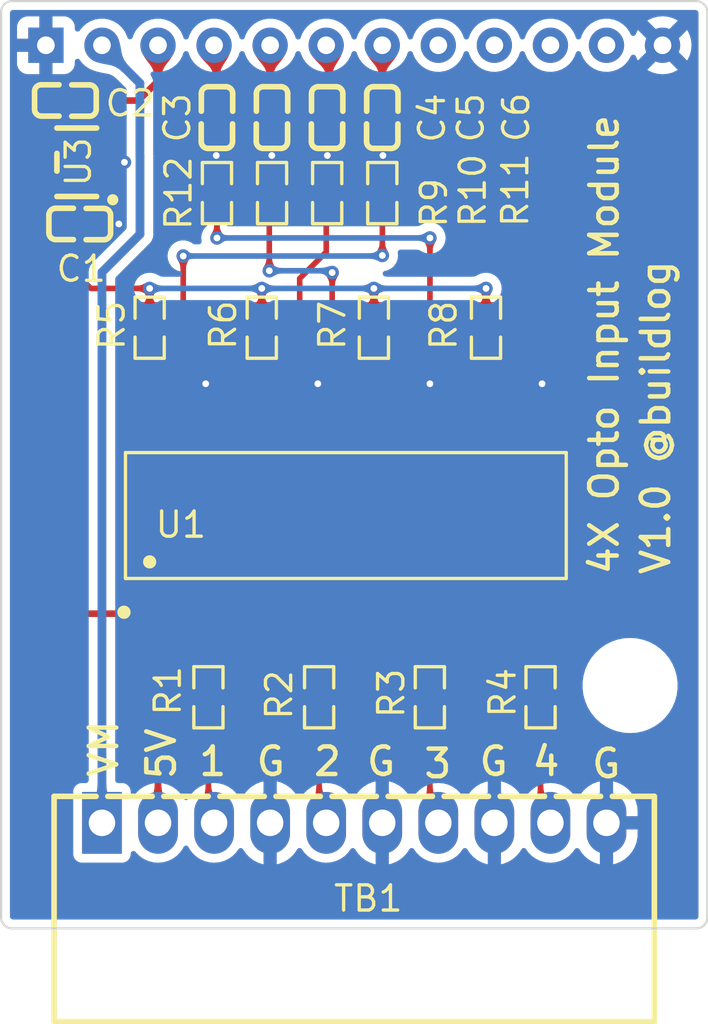
<source format=kicad_pcb>
(kicad_pcb (version 20211014) (generator pcbnew)
  (layers (0 "F.Cu" signal) (31 "B.Cu" signal) (34 "B.Paste" user) (35 "F.Paste" user) (36 "B.SilkS" user "B.Silkscreen") (37 "F.SilkS" user "F.Silkscreen") (38 "B.Mask" user) (39 "F.Mask" user) (44 "Edge.Cuts" user))
  (net 0 "")
  (net 1 "VMOT")
  (net 2 "+3V3")
  (net 3 "U1_12")
  (net 4 "U1_10")
  (net 5 "U1_16")
  (net 6 "GND")
  (net 7 "U1_2")
  (net 8 "+5V")
  (net 9 "U1_14")
  (net 10 "TB1_9")
  (net 11 "TB1_7")
  (net 12 "TB1_5")
  (net 13 "TB1_3")
  (net 14 "U1_4")
  (net 15 "U1_6")
  (net 16 "U1_8")
  (net 17 "INPUT4")
  (net 18 "INPUT3")
  (net 19 "INPUT2")
  (net 20 "INPUT1")
  (footprint "easyeda:R0603" (layer "F.Cu") (at 143.214666 74.256 90)
    (fp_text reference "R10")
    (fp_text value "1kΩ" hide)
  )
  (footprint "easyeda:C0603" (layer "F.Cu") (at 140.716666 70.827 90)
    (fp_text reference "C4")
    (fp_text value "100nF" hide)
  )
  (footprint "easyeda:R0603" (layer "F.Cu") (at 140.717333 74.256 90)
    (fp_text reference "R9")
    (fp_text value "1kΩ" hide)
  )
  (footprint "easyeda:R0603" (layer "F.Cu") (at 145.712 74.256 90)
    (fp_text reference "R11")
    (fp_text value "1kΩ" hide)
  )
  (footprint "easyeda:R0603" (layer "F.Cu") (at 137.833334 97.093 90)
    (fp_text reference "R1")
    (fp_text value "300Ω" hide)
  )
  (footprint "easyeda:6 PACK MODULE PCB BOTTOM_3D" (layer "F.Cu") (at 158.41 67.56)
    (fp_text reference "MOD1" hide)
    (fp_text value "6 Pack Module Pins Bottom 3D" hide)
    (fp_line (start -29.97 -1.5) (end -29.97 39.5) (layer "Edge.Cuts") (width 0.1))
    (fp_line (start -29.47 40) (end 1.53 40) (layer "Edge.Cuts") (width 0.1))
    (fp_line (start 2.03 39.5) (end 2.03 -1.5) (layer "Edge.Cuts") (width 0.1))
    (fp_line (start 1.53 -2) (end -29.47 -2) (layer "Edge.Cuts") (width 0.1))
    (fp_arc (start 1.53 -2) (mid 1.883553 -1.853553) (end 2.03 -1.5) (layer "Edge.Cuts") (width 0.1))
    (fp_arc (start -29.97 -1.5) (mid -29.823553 -1.853553) (end -29.47 -2) (layer "Edge.Cuts") (width 0.1))
    (fp_arc (start -29.47 40) (mid -29.823553 39.853553) (end -29.97 39.5) (layer "Edge.Cuts") (width 0.1))
    (fp_arc (start 2.03 39.5) (mid 1.883553 39.853553) (end 1.53 40) (layer "Edge.Cuts") (width 0.1))
  )
  (footprint "easyeda:C0603" (layer "F.Cu") (at 131.361 70.065)
    (fp_text reference "C2")
    (fp_text value "1uF" hide)
  )
  (footprint "easyeda:R0603" (layer "F.Cu") (at 138.22 74.256 90)
    (fp_text reference "R12")
    (fp_text value "1kΩ" hide)
  )
  (footprint "easyeda:CONN-TH_10P-P2.54_KF2EDGR-2.54-10P" (layer "F.Cu") (at 144.44 102.78)
    (fp_text reference "TB1")
    (fp_text value "KF2EDGR-2.54-10P" hide)
  )
  (footprint "easyeda:R0603" (layer "F.Cu") (at 140.251 80.352 90)
    (fp_text reference "R6")
    (fp_text value "10kΩ" hide)
  )
  (footprint "easyeda:C0603" (layer "F.Cu") (at 138.223 70.827 90)
    (fp_text reference "C3")
    (fp_text value "100nF" hide)
  )
  (footprint "easyeda:C0603" (layer "F.Cu") (at 131.996 75.653 180)
    (fp_text reference "C1")
    (fp_text value "1uF" hide)
  )
  (footprint "easyeda:C0603" (layer "F.Cu") (at 143.214332 70.827 90)
    (fp_text reference "C5")
    (fp_text value "100nF" hide)
  )
  (footprint "easyeda:SMD-16_L20.0-W6.5-P2.54-LS10.2-BL" (layer "F.Cu") (at 144.061 88.861)
    (fp_text reference "U1")
    (fp_text value "TLP521-4XSM" hide)
  )
  (footprint "easyeda:R0603" (layer "F.Cu") (at 147.866666 97.093 90)
    (fp_text reference "R3")
    (fp_text value "300Ω" hide)
  )
  (footprint "easyeda:R0603" (layer "F.Cu") (at 150.411 80.352 90)
    (fp_text reference "R8")
    (fp_text value "10kΩ" hide)
  )
  (footprint "easyeda:R0603" (layer "F.Cu") (at 152.883334 97.093 90)
    (fp_text reference "R4")
    (fp_text value "300Ω" hide)
  )
  (footprint "easyeda:SOT-23-5_L3.0-W1.7-P0.95-LS2.8-BR" (layer "F.Cu") (at 131.869 72.859)
    (fp_text reference "U3")
    (fp_text value "LP5907MFX-3.3/NOPB" hide)
  )
  (footprint "easyeda:R0603" (layer "F.Cu") (at 135.171 80.352 90)
    (fp_text reference "R5")
    (fp_text value "10kΩ" hide)
  )
  (footprint "easyeda:R0603" (layer "F.Cu") (at 145.331 80.352 90)
    (fp_text reference "R7")
    (fp_text value "10kΩ" hide)
  )
  (footprint "easyeda:R0603" (layer "F.Cu") (at 142.85 97.093 90)
    (fp_text reference "R2")
    (fp_text value "300Ω" hide)
  )
  (footprint "easyeda:C0603" (layer "F.Cu") (at 145.715 70.827 90)
    (fp_text reference "C6")
    (fp_text value "100nF" hide)
  )
  (gr_text "G" (at 139.9 100) (layer "F.SilkS") (effects (font (size 1.25 1.25) (thickness 0.203)) (justify left)))
  (gr_text "G" (at 150 100) (layer "F.SilkS") (effects (font (size 1.25 1.25) (thickness 0.203)) (justify left)))
  (gr_text "4X Opto Input Module" (at 155.768 91.638 90) (layer "F.SilkS") (effects (font (size 1.25 1.25) (thickness 0.203)) (justify left)))
  (gr_text "VM" (at 133.09 100.8 90) (layer "F.SilkS") (effects (font (size 1.25 1.25) (thickness 0.203)) (justify left)))
  (gr_text "3" (at 147.5 100.1) (layer "F.SilkS") (effects (font (size 1.25 1.25) (thickness 0.203)) (justify left)))
  (gr_text "4" (at 152.4 100) (layer "F.SilkS") (effects (font (size 1.25 1.25) (thickness 0.203)) (justify left)))
  (gr_text "5V" (at 135.7 100.913 90) (layer "F.SilkS") (effects (font (size 1.25 1.25) (thickness 0.203)) (justify left)))
  (gr_text "G" (at 155.1 100.1) (layer "F.SilkS") (effects (font (size 1.25 1.25) (thickness 0.203)) (justify left)))
  (gr_text "G" (at 144.9 100) (layer "F.SilkS") (effects (font (size 1.25 1.25) (thickness 0.203)) (justify left)))
  (gr_text "2" (at 142.5 100) (layer "F.SilkS") (effects (font (size 1.25 1.25) (thickness 0.203)) (justify left)))
  (gr_text "V1.0 @buildlog" (at 158.1 91.633 90) (layer "F.SilkS") (effects (font (size 1.25 1.25) (thickness 0.203)) (justify left)))
  (gr_text "1" (at 137.3 100) (layer "F.SilkS") (effects (font (size 1.25 1.25) (thickness 0.203)) (justify left)))
  (segment (start 134.733 72.566979) (end 134.733 76.117) (width 0.4) (layer "B.Cu") (net 1))
  (segment (start 133.01 77.84) (end 133.01 102.78) (width 0.4) (layer "B.Cu") (net 1))
  (segment (start 134.733 76.117) (end 133.01 77.84) (width 0.4) (layer "B.Cu") (net 1))
  (segment (start 134.73 72.563979) (end 134.733 72.566979) (width 0.4) (layer "B.Cu") (net 1))
  (segment (start 133.01 67.56) (end 134.73 69.28) (width 0.4) (layer "B.Cu") (net 1))
  (segment (start 134.73 69.28) (end 134.73 72.563979) (width 0.4) (layer "B.Cu") (net 1))
  (segment (start 132.504 78.574) (end 135.171 78.574) (width 0.254) (layer "F.Cu") (net 2))
  (segment (start 131.296 74.536) (end 131.296 75.653) (width 0.254) (layer "F.Cu") (net 2))
  (segment (start 140.251 79.599) (end 140.251 78.574) (width 0.254) (layer "F.Cu") (net 2))
  (segment (start 131.296 77.366) (end 132.504 78.574) (width 0.254) (layer "F.Cu") (net 2))
  (segment (start 131.296 75.653) (end 131.296 77.366) (width 0.254) (layer "F.Cu") (net 2))
  (segment (start 135.171 79.599) (end 135.171 78.574) (width 0.254) (layer "F.Cu") (net 2))
  (segment (start 150.411 79.599) (end 150.411 78.574) (width 0.254) (layer "F.Cu") (net 2))
  (segment (start 145.331 79.599) (end 145.331 78.574) (width 0.254) (layer "F.Cu") (net 2))
  (segment (start 130.569 73.809) (end 131.296 74.536) (width 0.254) (layer "F.Cu") (net 2))
  (via (at 145.331 78.574) (size 0.61) (drill 0.305) (layers "F.Cu" "B.Cu") (net 2))
  (via (at 150.411 78.574) (size 0.61) (drill 0.305) (layers "F.Cu" "B.Cu") (net 2))
  (via (at 140.251 78.574) (size 0.61) (drill 0.305) (layers "F.Cu" "B.Cu") (net 2))
  (via (at 135.171 78.574) (size 0.61) (drill 0.305) (layers "F.Cu" "B.Cu") (net 2))
  (segment (start 145.331 78.574) (end 150.411 78.574) (width 0.254) (layer "B.Cu") (net 2))
  (segment (start 135.171 78.574) (end 140.251 78.574) (width 0.254) (layer "B.Cu") (net 2))
  (segment (start 140.251 78.574) (end 145.331 78.574) (width 0.254) (layer "B.Cu") (net 2))
  (segment (start 140.592 75.097) (end 140.592 77.774) (width 0.254) (layer "F.Cu") (net 3))
  (segment (start 145.331 81.105) (end 145.331 84.481) (width 0.254) (layer "F.Cu") (net 3))
  (segment (start 143.926 81.106) (end 145.331 81.106) (width 0.254) (layer "F.Cu") (net 3))
  (segment (start 143.441 77.855) (end 143.441 80.621) (width 0.254) (layer "F.Cu") (net 3))
  (segment (start 143.441 80.621) (end 143.926 81.106) (width 0.254) (layer "F.Cu") (net 3))
  (via (at 140.592 77.774) (size 0.61) (drill 0.305) (layers "F.Cu" "B.Cu") (net 3))
  (via (at 143.441 77.855) (size 0.61) (drill 0.305) (layers "F.Cu" "B.Cu") (net 3))
  (segment (start 140.592 77.774) (end 143.359 77.774) (width 0.254) (layer "B.Cu") (net 3))
  (segment (start 143.359 77.774) (end 143.441 77.855) (width 0.254) (layer "B.Cu") (net 3))
  (segment (start 138.22 75.009) (end 138.22 76.288) (width 0.254) (layer "F.Cu") (net 4))
  (segment (start 147.871 76.288) (end 147.871 80.574) (width 0.254) (layer "F.Cu") (net 4))
  (segment (start 147.871 80.574) (end 148.403 81.106) (width 0.254) (layer "F.Cu") (net 4))
  (segment (start 148.403 81.106) (end 150.411 81.106) (width 0.254) (layer "F.Cu") (net 4))
  (segment (start 150.411 81.105) (end 150.411 84.481) (width 0.254) (layer "F.Cu") (net 4))
  (via (at 147.871 76.288) (size 0.61) (drill 0.305) (layers "F.Cu" "B.Cu") (net 4))
  (via (at 138.22 76.288) (size 0.61) (drill 0.305) (layers "F.Cu" "B.Cu") (net 4))
  (segment (start 138.092 76.288) (end 147.871 76.288) (width 0.254) (layer "B.Cu") (net 4))
  (segment (start 135.171 81.105) (end 135.171 84.481) (width 0.254) (layer "F.Cu") (net 5))
  (segment (start 136.692 80.609) (end 136.195 81.106) (width 0.254) (layer "F.Cu") (net 5))
  (segment (start 145.715 75.012) (end 145.715 77.081) (width 0.254) (layer "F.Cu") (net 5))
  (segment (start 136.692 77.106) (end 136.692 80.609) (width 0.254) (layer "F.Cu") (net 5))
  (segment (start 136.195 81.106) (end 135.171 81.106) (width 0.254) (layer "F.Cu") (net 5))
  (via (at 145.715 77.081) (size 0.61) (drill 0.305) (layers "F.Cu" "B.Cu") (net 5))
  (via (at 136.692 77.106) (size 0.61) (drill 0.305) (layers "F.Cu" "B.Cu") (net 5))
  (segment (start 137.142 77.106) (end 137.142 77.106) (width 0.254) (layer "B.Cu") (net 5))
  (segment (start 145.69 77.106) (end 137.142 77.106) (width 0.254) (layer "B.Cu") (net 5))
  (segment (start 145.715 77.081) (end 145.69 77.106) (width 0.254) (layer "B.Cu") (net 5))
  (segment (start 137.142 77.106) (end 136.692 77.106) (width 0.254) (layer "B.Cu") (net 5))
  (segment (start 152.951 84.481) (end 152.951 82.892) (width 0.254) (layer "F.Cu") (net 6))
  (segment (start 147.871 84.481) (end 147.871 82.892) (width 0.254) (layer "F.Cu") (net 6))
  (segment (start 142.791 84.481) (end 142.791 82.892) (width 0.254) (layer "F.Cu") (net 6))
  (segment (start 140.71 71.5665) (end 140.71 72.5595) (width 0.254) (layer "F.Cu") (net 6))
  (segment (start 132.696 75.653) (end 133.774 75.653) (width 0.254) (layer "F.Cu") (net 6))
  (segment (start 133.169 72.859) (end 134.028 72.859) (width 0.254) (layer "F.Cu") (net 6))
  (segment (start 145.74 71.5565) (end 145.74 72.5495) (width 0.254) (layer "F.Cu") (net 6))
  (segment (start 130.469 68.792) (end 130.726 69.049) (width 0.254) (layer "F.Cu") (net 6))
  (segment (start 137.711 84.481) (end 137.711 82.892) (width 0.254) (layer "F.Cu") (net 6))
  (segment (start 143.22 71.5565) (end 143.22 72.5495) (width 0.254) (layer "F.Cu") (net 6))
  (segment (start 130.47 67.56) (end 130.47 68.793) (width 0.254) (layer "F.Cu") (net 6))
  (segment (start 138.223 71.527) (end 138.19 71.56) (width 0.254) (layer "F.Cu") (net 6))
  (segment (start 138.19 71.56) (end 138.19 72.553) (width 0.254) (layer "F.Cu") (net 6))
  (segment (start 130.726 69.049) (end 130.726 70.065) (width 0.254) (layer "F.Cu") (net 6))
  (via (at 133.774 75.653) (size 0.61) (drill 0.305) (layers "F.Cu" "B.Cu") (net 6))
  (via (at 152.951 82.892) (size 0.61) (drill 0.305) (layers "F.Cu" "B.Cu") (net 6))
  (via (at 142.791 82.892) (size 0.61) (drill 0.305) (layers "F.Cu" "B.Cu") (net 6))
  (via (at 145.74 72.553) (size 0.61) (drill 0.305) (layers "F.Cu" "B.Cu") (net 6))
  (via (at 140.706666 72.553) (size 0.61) (drill 0.305) (layers "F.Cu" "B.Cu") (net 6))
  (via (at 134.028 72.859) (size 0.61) (drill 0.305) (layers "F.Cu" "B.Cu") (net 6))
  (via (at 143.223332 72.553) (size 0.61) (drill 0.305) (layers "F.Cu" "B.Cu") (net 6))
  (via (at 147.871 82.892) (size 0.61) (drill 0.305) (layers "F.Cu" "B.Cu") (net 6))
  (via (at 138.19 72.553) (size 0.61) (drill 0.305) (layers "F.Cu" "B.Cu") (net 6))
  (via (at 137.711 82.892) (size 0.61) (drill 0.305) (layers "F.Cu" "B.Cu") (net 6))
  (segment (start 137.711 93.241) (end 137.711 96.217666) (width 0.25) (layer "F.Cu") (net 7))
  (segment (start 137.711 96.217666) (end 137.833334 96.34) (width 0.25) (layer "F.Cu") (net 7))
  (segment (start 135.171 93.24) (end 135.171 98.767) (width 0.3) (layer "F.Cu") (net 8))
  (segment (start 135.171 91.528) (end 135.171 93.241) (width 0.3) (layer "F.Cu") (net 8))
  (segment (start 135.806 90.893) (end 135.171 91.528) (width 0.3) (layer "F.Cu") (net 8))
  (segment (start 134.663 70.065) (end 132.061 70.065) (width 0.3) (layer "F.Cu") (net 8))
  (segment (start 129.695 72.747) (end 129.329 73.113) (width 0.3) (layer "F.Cu") (net 8))
  (segment (start 135.171 93.306) (end 135.171 93.24) (width 0.3) (layer "F.Cu") (net 8))
  (segment (start 135.55 69.178) (end 134.663 70.065) (width 0.3) (layer "F.Cu") (net 8))
  (segment (start 129.329 73.113) (end 129.329 90.766) (width 0.3) (layer "F.Cu") (net 8))
  (segment (start 149.776 90.893) (end 135.806 90.893) (width 0.3) (layer "F.Cu") (net 8))
  (segment (start 135.552 99.148) (end 135.549 102.78) (width 0.3) (layer "F.Cu") (net 8))
  (segment (start 132.061 73.432) (end 132.438 73.809) (width 0.3) (layer "F.Cu") (net 8))
  (segment (start 150.411 91.528) (end 149.776 90.893) (width 0.3) (layer "F.Cu") (net 8))
  (segment (start 145.331 93.241) (end 145.331 90.893) (width 0.254) (layer "F.Cu") (net 8))
  (segment (start 131.869 93.306) (end 135.171 93.306) (width 0.3) (layer "F.Cu") (net 8))
  (segment (start 132.438 73.809) (end 133.169 73.809) (width 0.3) (layer "F.Cu") (net 8))
  (segment (start 132.061 70.065) (end 132.061 73.432) (width 0.3) (layer "F.Cu") (net 8))
  (segment (start 132.062 72.747) (end 129.695 72.747) (width 0.3) (layer "F.Cu") (net 8))
  (segment (start 140.251 93.241) (end 140.251 90.893) (width 0.254) (layer "F.Cu") (net 8))
  (segment (start 135.55 67.56) (end 135.55 69.178) (width 0.3) (layer "F.Cu") (net 8))
  (segment (start 150.411 93.241) (end 150.411 91.528) (width 0.3) (layer "F.Cu") (net 8))
  (segment (start 133.169 71.909) (end 132.061 71.909) (width 0.3) (layer "F.Cu") (net 8))
  (segment (start 135.171 98.767) (end 135.552 99.148) (width 0.3) (layer "F.Cu") (net 8))
  (segment (start 129.329 90.766) (end 131.869 93.306) (width 0.3) (layer "F.Cu") (net 8))
  (segment (start 141.97 78.125) (end 141.97 80.593) (width 0.254) (layer "F.Cu") (net 9))
  (segment (start 143.172 75.01) (end 143.172 76.923) (width 0.254) (layer "F.Cu") (net 9))
  (segment (start 143.172 76.923) (end 141.97 78.125) (width 0.254) (layer "F.Cu") (net 9))
  (segment (start 141.97 80.593) (end 141.457 81.106) (width 0.254) (layer "F.Cu") (net 9))
  (segment (start 141.457 81.106) (end 140.251 81.106) (width 0.254) (layer "F.Cu") (net 9))
  (segment (start 140.251 81.105) (end 140.251 84.481) (width 0.254) (layer "F.Cu") (net 9))
  (segment (start 152.883334 97.846) (end 152.883334 102.333334) (width 0.25) (layer "F.Cu") (net 10))
  (segment (start 152.883334 102.333334) (end 153.33 102.78) (width 0.25) (layer "F.Cu") (net 10))
  (segment (start 147.866666 97.846) (end 147.866666 102.396666) (width 0.25) (layer "F.Cu") (net 11))
  (segment (start 147.866666 102.396666) (end 148.25 102.78) (width 0.25) (layer "F.Cu") (net 11))
  (segment (start 142.85 97.846) (end 142.85 102.46) (width 0.25) (layer "F.Cu") (net 12))
  (segment (start 142.85 102.46) (end 143.17 102.78) (width 0.25) (layer "F.Cu") (net 12))
  (segment (start 137.833334 97.846) (end 137.833334 102.523334) (width 0.25) (layer "F.Cu") (net 13))
  (segment (start 137.833334 102.523334) (end 138.09 102.78) (width 0.25) (layer "F.Cu") (net 13))
  (segment (start 142.791 96.281) (end 142.85 96.34) (width 0.25) (layer "F.Cu") (net 14))
  (segment (start 142.791 93.241) (end 142.791 96.281) (width 0.25) (layer "F.Cu") (net 14))
  (segment (start 147.871 93.241) (end 147.871 96.335666) (width 0.25) (layer "F.Cu") (net 15))
  (segment (start 147.871 96.335666) (end 147.866666 96.34) (width 0.25) (layer "F.Cu") (net 15))
  (segment (start 152.951 96.272334) (end 152.883334 96.34) (width 0.25) (layer "F.Cu") (net 16))
  (segment (start 152.951 93.241) (end 152.951 96.272334) (width 0.25) (layer "F.Cu") (net 16))
  (segment (start 138.2 70.043) (end 139.28 71.123) (width 0.254) (layer "F.Cu") (net 17))
  (segment (start 138.2 67.67) (end 138.2 70.043) (width 0.254) (layer "F.Cu") (net 17))
  (segment (start 139.28 71.123) (end 139.28 72.443) (width 0.254) (layer "F.Cu") (net 17))
  (segment (start 139.28 72.443) (end 138.22 73.503) (width 0.254) (layer "F.Cu") (net 17))
  (segment (start 138.09 67.56) (end 138.2 67.67) (width 0.254) (layer "F.Cu") (net 17))
  (segment (start 140.73 70.043) (end 141.81 71.123) (width 0.254) (layer "F.Cu") (net 18))
  (segment (start 141.81 72.443) (end 140.75 73.503) (width 0.254) (layer "F.Cu") (net 18))
  (segment (start 140.629 67.561) (end 140.632 70.126) (width 0.254) (layer "F.Cu") (net 18))
  (segment (start 141.81 71.123) (end 141.81 72.443) (width 0.254) (layer "F.Cu") (net 18))
  (segment (start 144.37 72.373) (end 143.31 73.433) (width 0.254) (layer "F.Cu") (net 19))
  (segment (start 143.29 69.973) (end 144.37 71.053) (width 0.254) (layer "F.Cu") (net 19))
  (segment (start 143.299 67.689) (end 143.299 70.127) (width 0.254) (layer "F.Cu") (net 19))
  (segment (start 143.17 67.56) (end 143.299 67.689) (width 0.254) (layer "F.Cu") (net 19))
  (segment (start 144.37 71.053) (end 144.37 72.373) (width 0.254) (layer "F.Cu") (net 19))
  (segment (start 145.709 67.561) (end 145.712 70.126) (width 0.254) (layer "F.Cu") (net 20))
  (segment (start 145.73 70.003) (end 146.81 71.083) (width 0.254) (layer "F.Cu") (net 20))
  (segment (start 146.81 72.403) (end 145.75 73.463) (width 0.254) (layer "F.Cu") (net 20))
  (segment (start 146.81 71.083) (end 146.81 72.403) (width 0.254) (layer "F.Cu") (net 20))
  (zone (net 8) (net_name "+5V") (layer "F.Cu") (priority 16962) (connect_pads yes (clearance 0)) (min_thickness 0.0254) (fill yes (thermal_gap 0.508) (thermal_bridge_width 0.508))
    (polygon (pts (xy 135.021 91.82) (xy 135.013522 91.985763) (xy 134.992236 92.122887) (xy 134.95886 92.237558) (xy 134.915114 92.335961) (xy 134.862715 92.424279) (xy 134.803383 92.508698) (xy 134.738836 92.595404) (xy 134.670794 92.69058) (xy 134.600976 92.800411) (xy 134.5311 92.931083) (xy 135.171 93.5965) (xy 135.8109 92.931083) (xy 135.741023 92.800411) (xy 135.671205 92.69058) (xy 135.603163 92.595404) (xy 135.538616 92.508698) (xy 135.479284 92.424279) (xy 135.426885 92.335961) (xy 135.383139 92.237558) (xy 135.349763 92.122887) (xy 135.328477 91.985763) (xy 135.321 91.82)))
  )
  (zone (net 10) (net_name "TB1_9") (layer "F.Cu") (priority 16962) (connect_pads yes (clearance 0)) (min_thickness 0.0254) (fill yes (thermal_gap 0.508) (thermal_bridge_width 0.508))
    (polygon (pts (xy 152.758334 101.093334) (xy 152.74914 101.328833) (xy 152.724187 101.525764) (xy 152.687413 101.69302) (xy 152.64276 101.839494) (xy 152.594167 101.974082) (xy 152.545573 102.105676) (xy 152.50092 102.243171) (xy 152.464146 102.39546) (xy 152.439193 102.571439) (xy 152.43 102.78) (xy 153.55219 103.17132) (xy 153.840675 102.038913) (xy 153.705973 101.952681) (xy 153.578078 101.879737) (xy 153.458726 101.814404) (xy 153.349654 101.751004) (xy 153.252597 101.683863) (xy 153.169293 101.607302) (xy 153.101478 101.515645) (xy 153.050889 101.403216) (xy 153.019262 101.264337) (xy 153.008334 101.093334)))
  )
  (zone (net 9) (net_name "U1_14") (layer "F.Cu") (priority 16962) (connect_pads yes (clearance 0)) (min_thickness 0.0254) (fill yes (thermal_gap 0.508) (thermal_bridge_width 0.508))
    (polygon (pts (xy 140.124 83.06) (xy 140.115963 83.226737) (xy 140.093145 83.364083) (xy 140.057484 83.478422) (xy 140.01092 83.576142) (xy 139.955389 83.663628) (xy 139.892832 83.747267) (xy 139.825185 83.833446) (xy 139.754389 83.928551) (xy 139.682381 84.038967) (xy 139.6111 84.171083) (xy 140.251 84.8365) (xy 140.8909 84.171083) (xy 140.819618 84.038967) (xy 140.74761 83.928551) (xy 140.676814 83.833446) (xy 140.609167 83.747267) (xy 140.54661 83.663628) (xy 140.491079 83.576142) (xy 140.444515 83.478422) (xy 140.408854 83.364083) (xy 140.386036 83.226737) (xy 140.378 83.06)))
  )
  (zone (net 2) (net_name "+3V3") (layer "F.Cu") (priority 16962) (connect_pads yes (clearance 0)) (min_thickness 0.0254) (fill yes (thermal_gap 0.508) (thermal_bridge_width 0.508))
    (polygon (pts (xy 134.566 78.701) (xy 134.634327 78.702718) (xy 134.692345 78.707765) (xy 134.742159 78.715978) (xy 134.785875 78.727196) (xy 134.8256 78.741255) (xy 134.863438 78.757994) (xy 134.901497 78.77725) (xy 134.941882 78.798861) (xy 134.986699 78.822665) (xy 135.038054 78.8485) (xy 135.3235 78.574) (xy 135.038054 78.2995) (xy 134.986699 78.325334) (xy 134.941882 78.349138) (xy 134.901497 78.370749) (xy 134.863438 78.390005) (xy 134.8256 78.406744) (xy 134.785875 78.420803) (xy 134.742159 78.432021) (xy 134.692345 78.440234) (xy 134.634327 78.445281) (xy 134.566 78.447)))
  )
  (zone (net 3) (net_name "U1_12") (layer "F.Cu") (priority 16962) (connect_pads yes (clearance 0)) (min_thickness 0.0254) (fill yes (thermal_gap 0.508) (thermal_bridge_width 0.508))
    (polygon (pts (xy 140.465 77.169) (xy 140.463281 77.237327) (xy 140.458234 77.295345) (xy 140.450021 77.345159) (xy 140.438803 77.388875) (xy 140.424744 77.4286) (xy 140.408005 77.466438) (xy 140.388749 77.504497) (xy 140.367138 77.544882) (xy 140.343334 77.589699) (xy 140.3175 77.641054) (xy 140.592 77.9265) (xy 140.8665 77.641054) (xy 140.840665 77.589699) (xy 140.816861 77.544882) (xy 140.79525 77.504497) (xy 140.775994 77.466438) (xy 140.759255 77.4286) (xy 140.745196 77.388875) (xy 140.733978 77.345159) (xy 140.725765 77.295345) (xy 140.720718 77.237327) (xy 140.719 77.169)))
  )
  (zone (net 6) (net_name "GND") (layer "F.Cu") (priority 16962) (connect_pads yes (clearance 0)) (min_thickness 0.0254) (fill yes (thermal_gap 0.508) (thermal_bridge_width 0.508))
    (polygon (pts (xy 147.744 83.06) (xy 147.735963 83.226737) (xy 147.713145 83.364083) (xy 147.677484 83.478422) (xy 147.63092 83.576142) (xy 147.575389 83.663628) (xy 147.512832 83.747267) (xy 147.445185 83.833446) (xy 147.374389 83.928551) (xy 147.302381 84.038967) (xy 147.2311 84.171083) (xy 147.871 84.8365) (xy 148.5109 84.171083) (xy 148.439618 84.038967) (xy 148.36761 83.928551) (xy 148.296814 83.833446) (xy 148.229167 83.747267) (xy 148.16661 83.663628) (xy 148.111079 83.576142) (xy 148.064515 83.478422) (xy 148.028854 83.364083) (xy 148.006036 83.226737) (xy 147.998 83.06)))
  )
  (zone (net 6) (net_name "GND") (layer "F.Cu") (priority 16962) (connect_pads yes (clearance 0)) (min_thickness 0.0254) (fill yes (thermal_gap 0.508) (thermal_bridge_width 0.508))
    (polygon (pts (xy 143.093 71.9445) (xy 143.091306 72.013616) (xy 143.086332 72.072316) (xy 143.078234 72.122734) (xy 143.067172 72.167005) (xy 143.053303 72.207264) (xy 143.036785 72.245644) (xy 143.017777 72.284281) (xy 142.996436 72.325309) (xy 142.972921 72.370862) (xy 142.94739 72.423076) (xy 143.225006 72.70549) (xy 143.496355 72.417049) (xy 143.469932 72.365842) (xy 143.445675 72.32111) (xy 143.423731 72.280752) (xy 143.404242 72.242671) (xy 143.387355 72.204769) (xy 143.373213 72.164948) (xy 143.361962 72.121108) (xy 143.353746 72.071152) (xy 143.34871 72.012982) (xy 143.347 71.9445)))
  )
  (zone (net 2) (net_name "+3V3") (layer "F.Cu") (priority 16962) (connect_pads yes (clearance 0)) (min_thickness 0.0254) (fill yes (thermal_gap 0.508) (thermal_bridge_width 0.508))
    (polygon (pts (xy 135.044 78.796) (xy 135.040768 78.888035) (xy 135.031461 78.965189) (xy 135.016662 79.030599) (xy 134.996955 79.087405) (xy 134.972923 79.138746) (xy 134.945149 79.187761) (xy 134.914217 79.237588) (xy 134.880709 79.291367) (xy 134.845208 79.352237) (xy 134.8083 79.423337) (xy 135.171 79.8005) (xy 135.5337 79.423337) (xy 135.496791 79.352237) (xy 135.46129 79.291367) (xy 135.427782 79.237588) (xy 135.39685 79.187761) (xy 135.369076 79.138746) (xy 135.345044 79.087405) (xy 135.325337 79.030599) (xy 135.310538 78.965189) (xy 135.301231 78.888035) (xy 135.298 78.796)))
  )
  (zone (net 2) (net_name "+3V3") (layer "F.Cu") (priority 16962) (connect_pads yes (clearance 0)) (min_thickness 0.0254) (fill yes (thermal_gap 0.508) (thermal_bridge_width 0.508))
    (polygon (pts (xy 131.423 76.443) (xy 131.426218 76.352609) (xy 131.435477 76.276857) (xy 131.450186 76.212656) (xy 131.469752 76.156919) (xy 131.493583 76.106559) (xy 131.521088 76.058488) (xy 131.551674 76.00962) (xy 131.584749 75.956866) (xy 131.619722 75.89714) (xy 131.656 75.827355) (xy 131.296 75.453) (xy 130.936 75.827355) (xy 130.972277 75.89714) (xy 131.00725 75.956866) (xy 131.040325 76.00962) (xy 131.070911 76.058488) (xy 131.098416 76.106559) (xy 131.122247 76.156919) (xy 131.141813 76.212656) (xy 131.156522 76.276857) (xy 131.165781 76.352609) (xy 131.169 76.443)))
  )
  (zone (net 6) (net_name "GND") (layer "F.Cu") (priority 16962) (connect_pads yes (clearance 0)) (min_thickness 0.0254) (fill yes (thermal_gap 0.508) (thermal_bridge_width 0.508))
    (polygon (pts (xy 147.998 83.497) (xy 147.999718 83.428672) (xy 148.004765 83.370654) (xy 148.012978 83.32084) (xy 148.024196 83.277124) (xy 148.038255 83.237399) (xy 148.054994 83.199561) (xy 148.07425 83.161502) (xy 148.095861 83.121117) (xy 148.119665 83.0763) (xy 148.1455 83.024946) (xy 147.871 82.7395) (xy 147.5965 83.024946) (xy 147.622334 83.0763) (xy 147.646138 83.121117) (xy 147.667749 83.161502) (xy 147.687005 83.199561) (xy 147.703744 83.237399) (xy 147.717803 83.277124) (xy 147.729021 83.32084) (xy 147.737234 83.370654) (xy 147.742281 83.428672) (xy 147.744 83.497)))
  )
  (zone (net 8) (net_name "+5V") (layer "F.Cu") (priority 16962) (connect_pads yes (clearance 0)) (min_thickness 0.0254) (fill yes (thermal_gap 0.508) (thermal_bridge_width 0.508))
    (polygon (pts (xy 132.851 69.915) (xy 132.761367 69.912335) (xy 132.685686 69.904592) (xy 132.621062 69.892146) (xy 132.564603 69.875376) (xy 132.513418 69.854656) (xy 132.464613 69.830364) (xy 132.415297 69.802876) (xy 132.362577 69.772568) (xy 132.30356 69.739817) (xy 132.235355 69.705) (xy 131.861 70.065) (xy 132.235355 70.425) (xy 132.30356 70.390182) (xy 132.362577 70.357431) (xy 132.415297 70.327123) (xy 132.464613 70.299635) (xy 132.513418 70.275343) (xy 132.564603 70.254623) (xy 132.621062 70.237853) (xy 132.685686 70.225407) (xy 132.761367 70.217664) (xy 132.851 70.215)))
  )
  (zone (net 3) (net_name "U1_12") (layer "F.Cu") (priority 16962) (connect_pads yes (clearance 0)) (min_thickness 0.0254) (fill yes (thermal_gap 0.508) (thermal_bridge_width 0.508))
    (polygon (pts (xy 145.458 81.908) (xy 145.461231 81.815964) (xy 145.470538 81.73881) (xy 145.485337 81.6734) (xy 145.505044 81.616594) (xy 145.529076 81.565253) (xy 145.55685 81.516238) (xy 145.587782 81.466411) (xy 145.62129 81.412632) (xy 145.656791 81.351762) (xy 145.6937 81.280663) (xy 145.331 80.9035) (xy 144.9683 81.280663) (xy 145.005208 81.351762) (xy 145.040709 81.412632) (xy 145.074217 81.466411) (xy 145.105149 81.516238) (xy 145.132923 81.565253) (xy 145.156955 81.616594) (xy 145.176662 81.6734) (xy 145.191461 81.73881) (xy 145.200768 81.815964) (xy 145.204 81.908)))
  )
  (zone (net 2) (net_name "+3V3") (layer "F.Cu") (priority 16962) (connect_pads yes (clearance 0)) (min_thickness 0.0254) (fill yes (thermal_gap 0.508) (thermal_bridge_width 0.508))
    (polygon (pts (xy 135.298 79.179) (xy 135.299718 79.110672) (xy 135.304765 79.052654) (xy 135.312978 79.00284) (xy 135.324196 78.959124) (xy 135.338255 78.919399) (xy 135.354994 78.881561) (xy 135.37425 78.843502) (xy 135.395861 78.803117) (xy 135.419665 78.7583) (xy 135.4455 78.706946) (xy 135.171 78.4215) (xy 134.8965 78.706946) (xy 134.922334 78.7583) (xy 134.946138 78.803117) (xy 134.967749 78.843502) (xy 134.987005 78.881561) (xy 135.003744 78.919399) (xy 135.017803 78.959124) (xy 135.029021 79.00284) (xy 135.037234 79.052654) (xy 135.042281 79.110672) (xy 135.044 79.179)))
  )
  (zone (net 10) (net_name "TB1_9") (layer "F.Cu") (priority 16962) (connect_pads yes (clearance 0)) (min_thickness 0.0254) (fill yes (thermal_gap 0.508) (thermal_bridge_width 0.508))
    (polygon (pts (xy 153.008334 98.649) (xy 153.011614 98.556894) (xy 153.021053 98.479731) (xy 153.036049 98.414356) (xy 153.056 98.357611) (xy 153.080303 98.306341) (xy 153.108357 98.257391) (xy 153.139559 98.207604) (xy 153.173307 98.153824) (xy 153.208999 98.092896) (xy 153.246034 98.021663) (xy 152.883334 97.6445) (xy 152.520634 98.021663) (xy 152.557668 98.092896) (xy 152.59336 98.153824) (xy 152.627108 98.207604) (xy 152.65831 98.257391) (xy 152.686364 98.306341) (xy 152.710667 98.357611) (xy 152.730618 98.414356) (xy 152.745614 98.479731) (xy 152.755053 98.556894) (xy 152.758334 98.649)))
  )
  (zone (net 6) (net_name "GND") (layer "F.Cu") (priority 16962) (connect_pads yes (clearance 0)) (min_thickness 0.0254) (fill yes (thermal_gap 0.508) (thermal_bridge_width 0.508))
    (polygon (pts (xy 142.918 83.497) (xy 142.919718 83.428672) (xy 142.924765 83.370654) (xy 142.932978 83.32084) (xy 142.944196 83.277124) (xy 142.958255 83.237399) (xy 142.974994 83.199561) (xy 142.99425 83.161502) (xy 143.015861 83.121117) (xy 143.039665 83.0763) (xy 143.0655 83.024946) (xy 142.791 82.7395) (xy 142.5165 83.024946) (xy 142.542334 83.0763) (xy 142.566138 83.121117) (xy 142.587749 83.161502) (xy 142.607005 83.199561) (xy 142.623744 83.237399) (xy 142.637803 83.277124) (xy 142.649021 83.32084) (xy 142.657234 83.370654) (xy 142.662281 83.428672) (xy 142.664 83.497)))
  )
  (zone (net 6) (net_name "GND") (layer "F.Cu") (priority 16962) (connect_pads yes (clearance 0)) (min_thickness 0.0254) (fill yes (thermal_gap 0.508) (thermal_bridge_width 0.508))
    (polygon (pts (xy 138.063 71.948) (xy 138.061281 72.016327) (xy 138.056234 72.074345) (xy 138.048021 72.124159) (xy 138.036803 72.167875) (xy 138.022744 72.2076) (xy 138.006005 72.245438) (xy 137.986749 72.283497) (xy 137.965138 72.323882) (xy 137.941334 72.368699) (xy 137.9155 72.420054) (xy 138.19 72.7055) (xy 138.4645 72.420054) (xy 138.438665 72.368699) (xy 138.414861 72.323882) (xy 138.39325 72.283497) (xy 138.373994 72.245438) (xy 138.357255 72.2076) (xy 138.343196 72.167875) (xy 138.331978 72.124159) (xy 138.323765 72.074345) (xy 138.318718 72.016327) (xy 138.317 71.948)))
  )
  (zone (net 2) (net_name "+3V3") (layer "F.Cu") (priority 16962) (connect_pads yes (clearance 0)) (min_thickness 0.0254) (fill yes (thermal_gap 0.508) (thermal_bridge_width 0.508))
    (polygon (pts (xy 145.458 79.179) (xy 145.459718 79.110672) (xy 145.464765 79.052654) (xy 145.472978 79.00284) (xy 145.484196 78.959124) (xy 145.498255 78.919399) (xy 145.514994 78.881561) (xy 145.53425 78.843502) (xy 145.555861 78.803117) (xy 145.579665 78.7583) (xy 145.6055 78.706946) (xy 145.331 78.4215) (xy 145.0565 78.706946) (xy 145.082334 78.7583) (xy 145.106138 78.803117) (xy 145.127749 78.843502) (xy 145.147005 78.881561) (xy 145.163744 78.919399) (xy 145.177803 78.959124) (xy 145.189021 79.00284) (xy 145.197234 79.052654) (xy 145.202281 79.110672) (xy 145.204 79.179)))
  )
  (zone (net 19) (net_name "INPUT2") (layer "F.Cu") (priority 16962) (connect_pads yes (clearance 0)) (min_thickness 0.0254) (fill yes (thermal_gap 0.508) (thermal_bridge_width 0.508))
    (polygon (pts (xy 143.172 69.337) (xy 143.16869 69.42054) (xy 143.159021 69.490588) (xy 143.143382 69.549769) (xy 143.122164 69.600707) (xy 143.095756 69.646027) (xy 143.064548 69.688355) (xy 143.028931 69.730314) (xy 142.989293 69.774532) (xy 142.946025 69.823631) (xy 142.899518 69.880238) (xy 143.171901 70.322447) (xy 143.603127 70.03299) (xy 143.580664 69.95081) (xy 143.557046 69.88069) (xy 143.533102 69.819154) (xy 143.509661 69.76273) (xy 143.487552 69.707944) (xy 143.467604 69.651322) (xy 143.450645 69.58939) (xy 143.437506 69.518675) (xy 143.429014 69.435703) (xy 143.426 69.337)))
  )
  (zone (net 4) (net_name "U1_10") (layer "F.Cu") (priority 16962) (connect_pads yes (clearance 0)) (min_thickness 0.0254) (fill yes (thermal_gap 0.508) (thermal_bridge_width 0.508))
    (polygon (pts (xy 150.284 83.06) (xy 150.275963 83.226737) (xy 150.253145 83.364083) (xy 150.217484 83.478422) (xy 150.17092 83.576142) (xy 150.115389 83.663628) (xy 150.052832 83.747267) (xy 149.985185 83.833446) (xy 149.914389 83.928551) (xy 149.842381 84.038967) (xy 149.7711 84.171083) (xy 150.411 84.8365) (xy 151.0509 84.171083) (xy 150.979618 84.038967) (xy 150.90761 83.928551) (xy 150.836814 83.833446) (xy 150.769167 83.747267) (xy 150.70661 83.663628) (xy 150.651079 83.576142) (xy 150.604515 83.478422) (xy 150.568854 83.364083) (xy 150.546036 83.226737) (xy 150.538 83.06)))
  )
  (zone (net 6) (net_name "GND") (layer "F.Cu") (priority 16962) (connect_pads yes (clearance 0)) (min_thickness 0.0254) (fill yes (thermal_gap 0.508) (thermal_bridge_width 0.508))
    (polygon (pts (xy 137.584 83.06) (xy 137.575963 83.226737) (xy 137.553145 83.364083) (xy 137.517484 83.478422) (xy 137.47092 83.576142) (xy 137.415389 83.663628) (xy 137.352832 83.747267) (xy 137.285185 83.833446) (xy 137.214389 83.928551) (xy 137.142381 84.038967) (xy 137.0711 84.171083) (xy 137.711 84.8365) (xy 138.3509 84.171083) (xy 138.279618 84.038967) (xy 138.20761 83.928551) (xy 138.136814 83.833446) (xy 138.069167 83.747267) (xy 138.00661 83.663628) (xy 137.951079 83.576142) (xy 137.904515 83.478422) (xy 137.868854 83.364083) (xy 137.846036 83.226737) (xy 137.838 83.06)))
  )
  (zone (net 6) (net_name "GND") (layer "F.Cu") (priority 16962) (connect_pads yes (clearance 0)) (min_thickness 0.0254) (fill yes (thermal_gap 0.508) (thermal_bridge_width 0.508))
    (polygon (pts (xy 137.838 83.497) (xy 137.839718 83.428672) (xy 137.844765 83.370654) (xy 137.852978 83.32084) (xy 137.864196 83.277124) (xy 137.878255 83.237399) (xy 137.894994 83.199561) (xy 137.91425 83.161502) (xy 137.935861 83.121117) (xy 137.959665 83.0763) (xy 137.9855 83.024946) (xy 137.711 82.7395) (xy 137.4365 83.024946) (xy 137.462334 83.0763) (xy 137.486138 83.121117) (xy 137.507749 83.161502) (xy 137.527005 83.199561) (xy 137.543744 83.237399) (xy 137.557803 83.277124) (xy 137.569021 83.32084) (xy 137.577234 83.370654) (xy 137.582281 83.428672) (xy 137.584 83.497)))
  )
  (zone (net 8) (net_name "+5V") (layer "F.Cu") (priority 16962) (connect_pads yes (clearance 0)) (min_thickness 0.0254) (fill yes (thermal_gap 0.508) (thermal_bridge_width 0.508))
    (polygon (pts (xy 140.124 91.82) (xy 140.115963 91.986737) (xy 140.093145 92.124083) (xy 140.057484 92.238422) (xy 140.01092 92.336142) (xy 139.955389 92.423628) (xy 139.892832 92.507267) (xy 139.825185 92.593446) (xy 139.754389 92.688551) (xy 139.682381 92.798967) (xy 139.6111 92.931083) (xy 140.251 93.5965) (xy 140.8909 92.931083) (xy 140.819618 92.798967) (xy 140.74761 92.688551) (xy 140.676814 92.593446) (xy 140.609167 92.507267) (xy 140.54661 92.423628) (xy 140.491079 92.336142) (xy 140.444515 92.238422) (xy 140.408854 92.124083) (xy 140.386036 91.986737) (xy 140.378 91.82)))
  )
  (zone (net 20) (net_name "INPUT1") (layer "F.Cu") (priority 16962) (connect_pads yes (clearance 0)) (min_thickness 0.0254) (fill yes (thermal_gap 0.508) (thermal_bridge_width 0.508))
    (polygon (pts (xy 145.837859 69.150849) (xy 145.847106 68.963619) (xy 145.873756 68.809859) (xy 145.915447 68.68227) (xy 145.969816 68.573551) (xy 146.0345 68.476405) (xy 146.107137 68.383531) (xy 146.185365 68.287631) (xy 146.266821 68.181405) (xy 146.349142 68.057555) (xy 146.429966 67.908782) (xy 145.710038 67.160001) (xy 144.989967 67.908641) (xy 145.070825 68.057535) (xy 145.153187 68.181451) (xy 145.2347 68.2877) (xy 145.31301 68.383598) (xy 145.385765 68.476457) (xy 145.450611 68.573591) (xy 145.505197 68.682313) (xy 145.547169 68.809937) (xy 145.574174 68.963777) (xy 145.58386 69.151147)))
  )
  (zone (net 7) (net_name "U1_2") (layer "F.Cu") (priority 16962) (connect_pads yes (clearance 0)) (min_thickness 0.0254) (fill yes (thermal_gap 0.508) (thermal_bridge_width 0.508))
    (polygon (pts (xy 137.586 95.544666) (xy 137.58305 95.647934) (xy 137.574842 95.734875) (xy 137.562331 95.809137) (xy 137.546477 95.874366) (xy 137.528238 95.934208) (xy 137.508571 95.992311) (xy 137.488434 96.052322) (xy 137.468785 96.117887) (xy 137.450583 96.192653) (xy 137.434786 96.280267) (xy 137.893315 96.532365) (xy 138.1273 96.064333) (xy 138.076808 96.012679) (xy 138.030105 95.967542) (xy 137.987549 95.926452) (xy 137.9495 95.886939) (xy 137.916318 95.846532) (xy 137.888362 95.802763) (xy 137.865993 95.753162) (xy 137.84957 95.695258) (xy 137.839452 95.626583) (xy 137.836 95.544666)))
  )
  (zone (net 3) (net_name "U1_12") (layer "F.Cu") (priority 16962) (connect_pads yes (clearance 0)) (min_thickness 0.0254) (fill yes (thermal_gap 0.508) (thermal_bridge_width 0.508))
    (polygon (pts (xy 143.568 78.46) (xy 143.569718 78.391672) (xy 143.574765 78.333654) (xy 143.582978 78.28384) (xy 143.594196 78.240124) (xy 143.608255 78.200399) (xy 143.624994 78.162561) (xy 143.64425 78.124502) (xy 143.665861 78.084117) (xy 143.689665 78.0393) (xy 143.7155 77.987946) (xy 143.441 77.7025) (xy 143.1665 77.987946) (xy 143.192334 78.0393) (xy 143.216138 78.084117) (xy 143.237749 78.124502) (xy 143.257005 78.162561) (xy 143.273744 78.200399) (xy 143.287803 78.240124) (xy 143.299021 78.28384) (xy 143.307234 78.333654) (xy 143.312281 78.391672) (xy 143.314 78.46)))
  )
  (zone (net 18) (net_name "INPUT3") (layer "F.Cu") (priority 16962) (connect_pads yes (clearance 0)) (min_thickness 0.0254) (fill yes (thermal_gap 0.508) (thermal_bridge_width 0.508))
    (polygon (pts (xy 141.378416 70.511811) (xy 141.316006 70.444523) (xy 141.268571 70.383417) (xy 141.233049 70.326878) (xy 141.206382 70.273292) (xy 141.185508 70.221044) (xy 141.167369 70.16852) (xy 141.148905 70.114106) (xy 141.127055 70.056188) (xy 141.09876 69.99315) (xy 141.06096 69.92338) (xy 140.55 70.016446) (xy 140.662965 70.523378) (xy 140.730314 70.53054) (xy 140.790823 70.534147) (xy 140.845909 70.536337) (xy 140.896991 70.539244) (xy 140.945486 70.545006) (xy 140.992814 70.55576) (xy 141.040392 70.573641) (xy 141.089638 70.600786) (xy 141.141972 70.639332) (xy 141.198811 70.691416)))
  )
  (zone (net 2) (net_name "+3V3") (layer "F.Cu") (priority 16962) (connect_pads yes (clearance 0)) (min_thickness 0.0254) (fill yes (thermal_gap 0.508) (thermal_bridge_width 0.508))
    (polygon (pts (xy 140.378 79.179) (xy 140.379718 79.110672) (xy 140.384765 79.052654) (xy 140.392978 79.00284) (xy 140.404196 78.959124) (xy 140.418255 78.919399) (xy 140.434994 78.881561) (xy 140.45425 78.843502) (xy 140.475861 78.803117) (xy 140.499665 78.7583) (xy 140.5255 78.706946) (xy 140.251 78.4215) (xy 139.9765 78.706946) (xy 140.002334 78.7583) (xy 140.026138 78.803117) (xy 140.047749 78.843502) (xy 140.067005 78.881561) (xy 140.083744 78.919399) (xy 140.097803 78.959124) (xy 140.109021 79.00284) (xy 140.117234 79.052654) (xy 140.122281 79.110672) (xy 140.124 79.179)))
  )
  (zone (net 18) (net_name "INPUT3") (layer "F.Cu") (priority 16962) (connect_pads yes (clearance 0)) (min_thickness 0.0254) (fill yes (thermal_gap 0.508) (thermal_bridge_width 0.508))
    (polygon (pts (xy 140.757859 69.150849) (xy 140.767106 68.963619) (xy 140.793756 68.809859) (xy 140.835447 68.68227) (xy 140.889816 68.573551) (xy 140.9545 68.476405) (xy 141.027137 68.383531) (xy 141.105365 68.287631) (xy 141.186821 68.181405) (xy 141.269142 68.057555) (xy 141.349966 67.908782) (xy 140.630038 67.160001) (xy 139.909967 67.908641) (xy 139.990825 68.057535) (xy 140.073187 68.181451) (xy 140.1547 68.2877) (xy 140.23301 68.383598) (xy 140.305765 68.476457) (xy 140.370611 68.573591) (xy 140.425197 68.682313) (xy 140.467169 68.809937) (xy 140.494174 68.963777) (xy 140.50386 69.151147)))
  )
  (zone (net 12) (net_name "TB1_5") (layer "F.Cu") (priority 16962) (connect_pads yes (clearance 0)) (min_thickness 0.0254) (fill yes (thermal_gap 0.508) (thermal_bridge_width 0.508))
    (polygon (pts (xy 142.725 101.03) (xy 142.714237 101.266151) (xy 142.684727 101.462295) (xy 142.640636 101.627656) (xy 142.586131 101.771461) (xy 142.525378 101.902936) (xy 142.462544 102.031305) (xy 142.401794 102.165794) (xy 142.347296 102.31563) (xy 142.303217 102.490038) (xy 142.273722 102.698243) (xy 143.328548 103.201144) (xy 143.78984 102.127468) (xy 143.660595 102.014095) (xy 143.536912 101.919184) (xy 143.420685 101.836114) (xy 143.313809 101.758264) (xy 143.218177 101.679013) (xy 143.135685 101.591739) (xy 143.068227 101.489822) (xy 143.017697 101.36664) (xy 142.98599 101.215573) (xy 142.975 101.03)))
  )
  (zone (net 5) (net_name "U1_16") (layer "F.Cu") (priority 16962) (connect_pads yes (clearance 0)) (min_thickness 0.0254) (fill yes (thermal_gap 0.508) (thermal_bridge_width 0.508))
    (polygon (pts (xy 145.842 75.815) (xy 145.845212 75.722301) (xy 145.854462 75.644569) (xy 145.869167 75.578641) (xy 145.888747 75.521352) (xy 145.912618 75.469542) (xy 145.9402 75.420047) (xy 145.97091 75.369704) (xy 146.004168 75.315349) (xy 146.03939 75.253822) (xy 146.075997 75.181958) (xy 145.710501 74.807506) (xy 145.350618 75.187358) (xy 145.388079 75.258308) (xy 145.424 75.319086) (xy 145.457815 75.372825) (xy 145.488958 75.422655) (xy 145.516862 75.471711) (xy 145.540962 75.523124) (xy 145.560692 75.580027) (xy 145.575485 75.645552) (xy 145.584777 75.722832) (xy 145.588 75.815)))
  )
  (zone (net 5) (net_name "U1_16") (layer "F.Cu") (priority 16962) (connect_pads yes (clearance 0)) (min_thickness 0.0254) (fill yes (thermal_gap 0.508) (thermal_bridge_width 0.508))
    (polygon (pts (xy 136.819 77.711) (xy 136.820718 77.642672) (xy 136.825765 77.584654) (xy 136.833978 77.53484) (xy 136.845196 77.491124) (xy 136.859255 77.451399) (xy 136.875994 77.413561) (xy 136.89525 77.375502) (xy 136.916861 77.335117) (xy 136.940665 77.2903) (xy 136.9665 77.238946) (xy 136.692 76.9535) (xy 136.4175 77.238946) (xy 136.443334 77.2903) (xy 136.467138 77.335117) (xy 136.488749 77.375502) (xy 136.508005 77.413561) (xy 136.524744 77.451399) (xy 136.538803 77.491124) (xy 136.550021 77.53484) (xy 136.558234 77.584654) (xy 136.563281 77.642672) (xy 136.565 77.711)))
  )
  (zone (net 4) (net_name "U1_10") (layer "F.Cu") (priority 16962) (connect_pads yes (clearance 0)) (min_thickness 0.0254) (fill yes (thermal_gap 0.508) (thermal_bridge_width 0.508))
    (polygon (pts (xy 150.538 81.908) (xy 150.541231 81.815964) (xy 150.550538 81.73881) (xy 150.565337 81.6734) (xy 150.585044 81.616594) (xy 150.609076 81.565253) (xy 150.63685 81.516238) (xy 150.667782 81.466411) (xy 150.70129 81.412632) (xy 150.736791 81.351762) (xy 150.7737 81.280663) (xy 150.411 80.9035) (xy 150.0483 81.280663) (xy 150.085208 81.351762) (xy 150.120709 81.412632) (xy 150.154217 81.466411) (xy 150.185149 81.516238) (xy 150.212923 81.565253) (xy 150.236955 81.616594) (xy 150.256662 81.6734) (xy 150.271461 81.73881) (xy 150.280768 81.815964) (xy 150.284 81.908)))
  )
  (zone (net 19) (net_name "INPUT2") (layer "F.Cu") (priority 16962) (connect_pads yes (clearance 0)) (min_thickness 0.0254) (fill yes (thermal_gap 0.508) (thermal_bridge_width 0.508))
    (polygon (pts (xy 143.710221 72.853174) (xy 143.643296 72.915529) (xy 143.582477 72.963129) (xy 143.52596 72.998507) (xy 143.471941 73.024199) (xy 143.418616 73.042739) (xy 143.364182 73.056662) (xy 143.306836 73.068502) (xy 143.244773 73.080794) (xy 143.176189 73.096072) (xy 143.099283 73.116872) (xy 143.066056 73.639077) (xy 143.589161 73.651869) (xy 143.617389 73.574744) (xy 143.638756 73.505977) (xy 143.655989 73.443703) (xy 143.671813 73.386054) (xy 143.688954 73.331164) (xy 143.710138 73.277167) (xy 143.738091 73.222197) (xy 143.77554 73.164386) (xy 143.825209 73.101869) (xy 143.889826 73.032779)))
  )
  (zone (net 8) (net_name "+5V") (layer "F.Cu") (priority 16962) (connect_pads yes (clearance 0)) (min_thickness 0.0254) (fill yes (thermal_gap 0.508) (thermal_bridge_width 0.508))
    (polygon (pts (xy 145.204 91.82) (xy 145.195963 91.986737) (xy 145.173145 92.124083) (xy 145.137484 92.238422) (xy 145.09092 92.336142) (xy 145.035389 92.423628) (xy 144.972832 92.507267) (xy 144.905185 92.593446) (xy 144.834389 92.688551) (xy 144.762381 92.798967) (xy 144.6911 92.931083) (xy 145.331 93.5965) (xy 145.9709 92.931083) (xy 145.899618 92.798967) (xy 145.82761 92.688551) (xy 145.756814 92.593446) (xy 145.689167 92.507267) (xy 145.62661 92.423628) (xy 145.571079 92.336142) (xy 145.524515 92.238422) (xy 145.488854 92.124083) (xy 145.466036 91.986737) (xy 145.458 91.82)))
  )
  (zone (net 9) (net_name "U1_14") (layer "F.Cu") (priority 16962) (connect_pads yes (clearance 0)) (min_thickness 0.0254) (fill yes (thermal_gap 0.508) (thermal_bridge_width 0.508))
    (polygon (pts (xy 140.378 81.908) (xy 140.381231 81.815964) (xy 140.390538 81.73881) (xy 140.405337 81.6734) (xy 140.425044 81.616594) (xy 140.449076 81.565253) (xy 140.47685 81.516238) (xy 140.507782 81.466411) (xy 140.54129 81.412632) (xy 140.576791 81.351762) (xy 140.6137 81.280663) (xy 140.251 80.9035) (xy 139.8883 81.280663) (xy 139.925208 81.351762) (xy 139.960709 81.412632) (xy 139.994217 81.466411) (xy 140.025149 81.516238) (xy 140.052923 81.565253) (xy 140.076955 81.616594) (xy 140.096662 81.6734) (xy 140.111461 81.73881) (xy 140.120768 81.815964) (xy 140.124 81.908)))
  )
  (zone (net 6) (net_name "GND") (layer "F.Cu") (priority 16962) (connect_pads yes (clearance 0)) (min_thickness 0.0254) (fill yes (thermal_gap 0.508) (thermal_bridge_width 0.508))
    (polygon (pts (xy 152.824 83.06) (xy 152.815963 83.226737) (xy 152.793145 83.364083) (xy 152.757484 83.478422) (xy 152.71092 83.576142) (xy 152.655389 83.663628) (xy 152.592832 83.747267) (xy 152.525185 83.833446) (xy 152.454389 83.928551) (xy 152.382381 84.038967) (xy 152.3111 84.171083) (xy 152.951 84.8365) (xy 153.5909 84.171083) (xy 153.519618 84.038967) (xy 153.44761 83.928551) (xy 153.376814 83.833446) (xy 153.309167 83.747267) (xy 153.24661 83.663628) (xy 153.191079 83.576142) (xy 153.144515 83.478422) (xy 153.108854 83.364083) (xy 153.086036 83.226737) (xy 153.078 83.06)))
  )
  (zone (net 2) (net_name "+3V3") (layer "F.Cu") (priority 16962) (connect_pads yes (clearance 0)) (min_thickness 0.0254) (fill yes (thermal_gap 0.508) (thermal_bridge_width 0.508))
    (polygon (pts (xy 131.075994 74.136389) (xy 131.030171 74.088212) (xy 130.993701 74.044828) (xy 130.965031 74.004904) (xy 130.942609 73.96711) (xy 130.924883 73.930115) (xy 130.910302 73.892588) (xy 130.897313 73.853199) (xy 130.884366 73.810616) (xy 130.869907 73.763509) (xy 130.852385 73.710548) (xy 130.462934 73.702934) (xy 130.470548 74.092385) (xy 130.523509 74.109907) (xy 130.570616 74.124366) (xy 130.613199 74.137313) (xy 130.652588 74.150302) (xy 130.690115 74.164883) (xy 130.72711 74.182609) (xy 130.764904 74.205031) (xy 130.804828 74.233701) (xy 130.848212 74.270171) (xy 130.896389 74.315994)))
  )
  (zone (net 17) (net_name "INPUT4") (layer "F.Cu") (priority 16962) (connect_pads yes (clearance 0)) (min_thickness 0.0254) (fill yes (thermal_gap 0.508) (thermal_bridge_width 0.508))
    (polygon (pts (xy 138.848416 70.511811) (xy 138.790307 70.448539) (xy 138.746991 70.390706) (xy 138.715522 70.336828) (xy 138.692954 70.285417) (xy 138.676341 70.234989) (xy 138.662738 70.184057) (xy 138.649197 70.131137) (xy 138.632773 70.074741) (xy 138.61052 70.013384) (xy 138.579493 69.945582) (xy 138.063666 70.006118) (xy 138.144316 70.519184) (xy 138.209859 70.529997) (xy 138.268821 70.536153) (xy 138.322579 70.539933) (xy 138.372509 70.543617) (xy 138.419988 70.549485) (xy 138.466393 70.559819) (xy 138.513101 70.576898) (xy 138.561488 70.603003) (xy 138.612933 70.640416) (xy 138.668811 70.691416)))
  )
  (zone (net 17) (net_name "INPUT4") (layer "F.Cu") (priority 16962) (connect_pads yes (clearance 0)) (min_thickness 0.0254) (fill yes (thermal_gap 0.508) (thermal_bridge_width 0.508))
    (polygon (pts (xy 138.073 69.323) (xy 138.069895 69.417303) (xy 138.060988 69.496461) (xy 138.046884 69.563715) (xy 138.028191 69.622305) (xy 138.005517 69.675472) (xy 137.979468 69.726457) (xy 137.950652 69.778501) (xy 137.919675 69.834843) (xy 137.887146 69.898725) (xy 137.853672 69.973388) (xy 138.234367 70.326676) (xy 138.572507 69.932464) (xy 138.532495 69.864735) (xy 138.494609 69.806539) (xy 138.45934 69.754867) (xy 138.427178 69.706709) (xy 138.398616 69.659055) (xy 138.374145 69.608895) (xy 138.354256 69.55322) (xy 138.339441 69.489018) (xy 138.330192 69.413282) (xy 138.327 69.323)))
  )
  (zone (net 16) (net_name "U1_8") (layer "F.Cu") (priority 16962) (connect_pads yes (clearance 0)) (min_thickness 0.0254) (fill yes (thermal_gap 0.508) (thermal_bridge_width 0.508))
    (polygon (pts (xy 153.076 94.662) (xy 153.084085 94.495175) (xy 153.107036 94.357809) (xy 153.142895 94.243498) (xy 153.189705 94.145837) (xy 153.245508 94.058424) (xy 153.308346 93.974853) (xy 153.376262 93.888721) (xy 153.447298 93.793623) (xy 153.519496 93.683157) (xy 153.5909 93.550917) (xy 152.951 92.8855) (xy 152.3111 93.550917) (xy 152.382503 93.683157) (xy 152.454701 93.793623) (xy 152.525737 93.888721) (xy 152.593653 93.974853) (xy 152.656491 94.058424) (xy 152.712294 94.145837) (xy 152.759104 94.243498) (xy 152.794963 94.357809) (xy 152.817914 94.495175) (xy 152.826 94.662)))
  )
  (zone (net 18) (net_name "INPUT3") (layer "F.Cu") (priority 16962) (connect_pads yes (clearance 0)) (min_thickness 0.0254) (fill yes (thermal_gap 0.508) (thermal_bridge_width 0.508))
    (polygon (pts (xy 141.213861 72.859534) (xy 141.147597 72.921196) (xy 141.087315 72.968159) (xy 141.031236 73.00293) (xy 140.977583 73.028013) (xy 140.924579 73.045914) (xy 140.870446 73.059138) (xy 140.813406 73.070191) (xy 140.751683 73.081578) (xy 140.683498 73.095805) (xy 140.607074 73.115377) (xy 140.566933 73.637097) (xy 141.089823 73.656816) (xy 141.119012 73.580082) (xy 141.141114 73.511628) (xy 141.158885 73.449596) (xy 141.17508 73.392128) (xy 141.192455 73.337366) (xy 141.213764 73.283453) (xy 141.241765 73.228531) (xy 141.279212 73.170743) (xy 141.32886 73.108231) (xy 141.393466 73.039139)))
  )
  (zone (net 6) (net_name "GND") (layer "F.Cu") (priority 16962) (connect_pads yes (clearance 0)) (min_thickness 0.0254) (fill yes (thermal_gap 0.508) (thermal_bridge_width 0.508))
    (polygon (pts (xy 145.613 71.9445) (xy 145.611297 72.013297) (xy 145.606292 72.071731) (xy 145.598135 72.121916) (xy 145.586977 72.16597) (xy 145.57297 72.206009) (xy 145.556266 72.244149) (xy 145.537015 72.282508) (xy 145.515369 72.3232) (xy 145.49148 72.368343) (xy 145.4655 72.420054) (xy 145.74 72.7055) (xy 146.0145 72.420054) (xy 145.988519 72.368343) (xy 145.96463 72.3232) (xy 145.942984 72.282508) (xy 145.923733 72.244149) (xy 145.907029 72.206009) (xy 145.893022 72.16597) (xy 145.881864 72.121916) (xy 145.873707 72.071731) (xy 145.868702 72.013297) (xy 145.867 71.9445)))
  )
  (zone (net 11) (net_name "TB1_7") (layer "F.Cu") (priority 16962) (connect_pads yes (clearance 0)) (min_thickness 0.0254) (fill yes (thermal_gap 0.508) (thermal_bridge_width 0.508))
    (polygon (pts (xy 147.991666 98.649) (xy 147.994946 98.556894) (xy 148.004385 98.479731) (xy 148.019381 98.414356) (xy 148.039332 98.357611) (xy 148.063635 98.306341) (xy 148.091689 98.257391) (xy 148.122891 98.207604) (xy 148.156639 98.153824) (xy 148.192331 98.092896) (xy 148.229366 98.021663) (xy 147.866666 97.6445) (xy 147.503966 98.021663) (xy 147.541 98.092896) (xy 147.576692 98.153824) (xy 147.61044 98.207604) (xy 147.641642 98.257391) (xy 147.669696 98.306341) (xy 147.693999 98.357611) (xy 147.71395 98.414356) (xy 147.728946 98.479731) (xy 147.738385 98.556894) (xy 147.741666 98.649)))
  )
  (zone (net 17) (net_name "INPUT4") (layer "F.Cu") (priority 16962) (connect_pads yes (clearance 0)) (min_thickness 0.0254) (fill yes (thermal_gap 0.508) (thermal_bridge_width 0.508))
    (polygon (pts (xy 138.327 69.16) (xy 138.33633 68.9623) (xy 138.362503 68.799174) (xy 138.40279 68.662859) (xy 138.454462 68.545594) (xy 138.514791 68.439617) (xy 138.581048 68.337166) (xy 138.650505 68.230479) (xy 138.720433 68.111794) (xy 138.788103 67.97335) (xy 138.850789 67.807384) (xy 138.035513 67.163729) (xy 137.424213 68.003538) (xy 137.521084 68.136161) (xy 137.616061 68.246857) (xy 137.707187 68.342434) (xy 137.792507 68.429699) (xy 137.870066 68.515461) (xy 137.937907 68.606527) (xy 137.994077 68.709706) (xy 138.036619 68.831806) (xy 138.063579 68.979634) (xy 138.073 69.16)))
  )
  (zone (net 15) (net_name "U1_6") (layer "F.Cu") (priority 16962) (connect_pads yes (clearance 0)) (min_thickness 0.0254) (fill yes (thermal_gap 0.508) (thermal_bridge_width 0.508))
    (polygon (pts (xy 147.746 95.532666) (xy 147.742732 95.624964) (xy 147.733316 95.702312) (xy 147.718327 95.767855) (xy 147.698344 95.824741) (xy 147.673942 95.876117) (xy 147.6457 95.925127) (xy 147.614195 95.97492) (xy 147.580003 96.028642) (xy 147.543702 96.089439) (xy 147.50587 96.160459) (xy 147.864507 96.541488) (xy 148.231227 96.168234) (xy 148.194633 96.095898) (xy 148.159344 96.03402) (xy 148.125959 95.97941) (xy 148.09508 95.928878) (xy 148.067305 95.879233) (xy 148.043235 95.827286) (xy 148.023469 95.769845) (xy 148.008608 95.703722) (xy 147.999252 95.625726) (xy 147.996 95.532666)))
  )
  (zone (net 20) (net_name "INPUT1") (layer "F.Cu") (priority 16962) (connect_pads yes (clearance 0)) (min_thickness 0.0254) (fill yes (thermal_gap 0.508) (thermal_bridge_width 0.508))
    (polygon (pts (xy 145.584077 69.33615) (xy 145.580974 69.426951) (xy 145.571833 69.503065) (xy 145.557257 69.567597) (xy 145.537845 69.623651) (xy 145.514198 69.674333) (xy 145.486917 69.722748) (xy 145.456604 69.772) (xy 145.423858 69.825195) (xy 145.389281 69.885438) (xy 145.353474 69.955833) (xy 145.716767 70.326992) (xy 146.073444 69.949469) (xy 146.036616 69.880089) (xy 146.001204 69.820691) (xy 145.967783 69.768201) (xy 145.936932 69.719543) (xy 145.909226 69.671642) (xy 145.885242 69.621422) (xy 145.865559 69.565808) (xy 145.850752 69.501726) (xy 145.841398 69.426099) (xy 145.838076 69.335853)))
  )
  (zone (net 8) (net_name "+5V") (layer "F.Cu") (priority 16962) (connect_pads yes (clearance 0)) (min_thickness 0.0254) (fill yes (thermal_gap 0.508) (thermal_bridge_width 0.508))
    (polygon (pts (xy 135.321 94.661) (xy 135.328482 94.495366) (xy 135.34978 94.358357) (xy 135.383172 94.24379) (xy 135.426936 94.145484) (xy 135.47935 94.057257) (xy 135.538692 93.972925) (xy 135.60324 93.886307) (xy 135.671272 93.791221) (xy 135.741066 93.681485) (xy 135.8109 93.550917) (xy 135.171 92.8855) (xy 134.5311 93.550917) (xy 134.600933 93.681485) (xy 134.670727 93.791221) (xy 134.738759 93.886307) (xy 134.803307 93.972925) (xy 134.862649 94.057257) (xy 134.915063 94.145484) (xy 134.958827 94.24379) (xy 134.992219 94.358357) (xy 135.013517 94.495366) (xy 135.021 94.661)))
  )
  (zone (net 8) (net_name "+5V") (layer "F.Cu") (priority 16962) (connect_pads yes (clearance 0)) (min_thickness 0.0254) (fill yes (thermal_gap 0.508) (thermal_bridge_width 0.508))
    (polygon (pts (xy 132.211 70.855) (xy 132.213664 70.765367) (xy 132.221407 70.689686) (xy 132.233853 70.625062) (xy 132.250623 70.568603) (xy 132.271343 70.517418) (xy 132.295635 70.468613) (xy 132.323123 70.419297) (xy 132.353431 70.366577) (xy 132.386182 70.30756) (xy 132.421 70.239355) (xy 132.061 69.865) (xy 131.701 70.239355) (xy 131.735817 70.30756) (xy 131.768568 70.366577) (xy 131.798876 70.419297) (xy 131.826364 70.468613) (xy 131.850656 70.517418) (xy 131.871376 70.568603) (xy 131.888146 70.625062) (xy 131.900592 70.689686) (xy 131.908335 70.765367) (xy 131.911 70.855)))
  )
  (zone (net 6) (net_name "GND") (layer "F.Cu") (priority 16962) (connect_pads yes (clearance 0)) (min_thickness 0.0254) (fill yes (thermal_gap 0.508) (thermal_bridge_width 0.508))
    (polygon (pts (xy 142.664 83.06) (xy 142.655963 83.226737) (xy 142.633145 83.364083) (xy 142.597484 83.478422) (xy 142.55092 83.576142) (xy 142.495389 83.663628) (xy 142.432832 83.747267) (xy 142.365185 83.833446) (xy 142.294389 83.928551) (xy 142.222381 84.038967) (xy 142.1511 84.171083) (xy 142.791 84.8365) (xy 143.4309 84.171083) (xy 143.359618 84.038967) (xy 143.28761 83.928551) (xy 143.216814 83.833446) (xy 143.149167 83.747267) (xy 143.08661 83.663628) (xy 143.031079 83.576142) (xy 142.984515 83.478422) (xy 142.948854 83.364083) (xy 142.926036 83.226737) (xy 142.918 83.06)))
  )
  (zone (net 8) (net_name "+5V") (layer "F.Cu") (priority 16962) (connect_pads yes (clearance 0)) (min_thickness 0.0254) (fill yes (thermal_gap 0.508) (thermal_bridge_width 0.508))
    (polygon (pts (xy 150.261 91.82) (xy 150.253522 91.985763) (xy 150.232236 92.122887) (xy 150.19886 92.237558) (xy 150.155114 92.335961) (xy 150.102715 92.424279) (xy 150.043383 92.508698) (xy 149.978836 92.595404) (xy 149.910794 92.69058) (xy 149.840976 92.800411) (xy 149.7711 92.931083) (xy 150.411 93.5965) (xy 151.0509 92.931083) (xy 150.981023 92.800411) (xy 150.911205 92.69058) (xy 150.843163 92.595404) (xy 150.778616 92.508698) (xy 150.719284 92.424279) (xy 150.666885 92.335961) (xy 150.623139 92.237558) (xy 150.589763 92.122887) (xy 150.568477 91.985763) (xy 150.561 91.82)))
  )
  (zone (net 3) (net_name "U1_12") (layer "F.Cu") (priority 16962) (connect_pads yes (clearance 0)) (min_thickness 0.0254) (fill yes (thermal_gap 0.508) (thermal_bridge_width 0.508))
    (polygon (pts (xy 140.719 75.8) (xy 140.722414 75.719055) (xy 140.732426 75.651155) (xy 140.74869 75.593882) (xy 140.770858 75.544822) (xy 140.798585 75.501558) (xy 140.831525 75.461676) (xy 140.86933 75.422759) (xy 140.911654 75.382392) (xy 140.958152 75.33816) (xy 141.008476 75.287647) (xy 140.77927 74.817256) (xy 140.318197 75.06467) (xy 140.333055 75.152193) (xy 140.350448 75.22692) (xy 140.369411 75.292485) (xy 140.388978 75.352519) (xy 140.408184 75.410654) (xy 140.426063 75.470524) (xy 140.441649 75.535761) (xy 140.453978 75.609998) (xy 140.462083 75.696866) (xy 140.465 75.8)))
  )
  (zone (net 3) (net_name "U1_12") (layer "F.Cu") (priority 16962) (connect_pads yes (clearance 0)) (min_thickness 0.0254) (fill yes (thermal_gap 0.508) (thermal_bridge_width 0.508))
    (polygon (pts (xy 144.528 81.233) (xy 144.620125 81.23623) (xy 144.697354 81.24553) (xy 144.762832 81.260314) (xy 144.819703 81.279997) (xy 144.871111 81.303991) (xy 144.920199 81.331712) (xy 144.970113 81.362573) (xy 145.023995 81.395988) (xy 145.084991 81.431371) (xy 145.156244 81.468138) (xy 145.532499 81.104497) (xy 145.154431 80.742741) (xy 145.083484 80.779792) (xy 145.02274 80.815408) (xy 144.969064 80.849008) (xy 144.919323 80.880012) (xy 144.870382 80.907839) (xy 144.819108 80.931909) (xy 144.762366 80.95164) (xy 144.697023 80.966453) (xy 144.619946 80.975766) (xy 144.528 80.979)))
  )
  (zone (net 14) (net_name "U1_4") (layer "F.Cu") (priority 16962) (connect_pads yes (clearance 0)) (min_thickness 0.0254) (fill yes (thermal_gap 0.508) (thermal_bridge_width 0.508))
    (polygon (pts (xy 142.916 94.662) (xy 142.924085 94.495175) (xy 142.947036 94.357809) (xy 142.982895 94.243498) (xy 143.029705 94.145837) (xy 143.085508 94.058424) (xy 143.148346 93.974853) (xy 143.216262 93.888721) (xy 143.287298 93.793623) (xy 143.359496 93.683157) (xy 143.4309 93.550917) (xy 142.791 92.8855) (xy 142.1511 93.550917) (xy 142.222503 93.683157) (xy 142.294701 93.793623) (xy 142.365737 93.888721) (xy 142.433653 93.974853) (xy 142.496491 94.058424) (xy 142.552294 94.145837) (xy 142.599104 94.243498) (xy 142.634963 94.357809) (xy 142.657914 94.495175) (xy 142.666 94.662)))
  )
  (zone (net 6) (net_name "GND") (layer "F.Cu") (priority 16962) (connect_pads yes (clearance 0)) (min_thickness 0.0254) (fill yes (thermal_gap 0.508) (thermal_bridge_width 0.508))
    (polygon (pts (xy 130.599 69.275) (xy 130.595712 69.35995) (xy 130.586135 69.431151) (xy 130.570698 69.491336) (xy 130.549829 69.54324) (xy 130.523958 69.589596) (xy 130.493512 69.633137) (xy 130.45892 69.676597) (xy 130.420613 69.722711) (xy 130.379017 69.774212) (xy 130.334563 69.833833) (xy 130.628121 70.262278) (xy 131.044765 69.9522) (xy 131.018813 69.872716) (xy 130.992296 69.804901) (xy 130.965991 69.745357) (xy 130.940673 69.690691) (xy 130.91712 69.637507) (xy 130.896107 69.58241) (xy 130.878413 69.522006) (xy 130.864812 69.4529) (xy 130.856082 69.371696) (xy 130.853 69.275)))
  )
  (zone (net 2) (net_name "+3V3") (layer "F.Cu") (priority 16962) (connect_pads yes (clearance 0)) (min_thickness 0.0254) (fill yes (thermal_gap 0.508) (thermal_bridge_width 0.508))
    (polygon (pts (xy 150.284 78.796) (xy 150.280768 78.888035) (xy 150.271461 78.965189) (xy 150.256662 79.030599) (xy 150.236955 79.087405) (xy 150.212923 79.138746) (xy 150.185149 79.187761) (xy 150.154217 79.237588) (xy 150.120709 79.291367) (xy 150.085208 79.352237) (xy 150.0483 79.423337) (xy 150.411 79.8005) (xy 150.7737 79.423337) (xy 150.736791 79.352237) (xy 150.70129 79.291367) (xy 150.667782 79.237588) (xy 150.63685 79.187761) (xy 150.609076 79.138746) (xy 150.585044 79.087405) (xy 150.565337 79.030599) (xy 150.550538 78.965189) (xy 150.541231 78.888035) (xy 150.538 78.796)))
  )
  (zone (net 18) (net_name "INPUT3") (layer "F.Cu") (priority 16962) (connect_pads yes (clearance 0)) (min_thickness 0.0254) (fill yes (thermal_gap 0.508) (thermal_bridge_width 0.508))
    (polygon (pts (xy 140.504077 69.33615) (xy 140.501186 69.434973) (xy 140.492813 69.518059) (xy 140.479786 69.588882) (xy 140.462933 69.650918) (xy 140.443082 69.707642) (xy 140.421059 69.76253) (xy 140.397694 69.819055) (xy 140.373813 69.880695) (xy 140.350244 69.950923) (xy 140.327817 70.033215) (xy 140.75921 70.322422) (xy 141.031337 69.880055) (xy 140.98471 69.823361) (xy 140.941346 69.774186) (xy 140.901629 69.729899) (xy 140.865945 69.687871) (xy 140.834678 69.645471) (xy 140.808213 69.60007) (xy 140.786935 69.549037) (xy 140.77123 69.489744) (xy 140.761482 69.419559) (xy 140.758076 69.335853)))
  )
  (zone (net 6) (net_name "GND") (layer "F.Cu") (priority 16962) (connect_pads yes (clearance 0)) (min_thickness 0.0254) (fill yes (thermal_gap 0.508) (thermal_bridge_width 0.508))
    (polygon (pts (xy 130.597 68.783) (xy 130.602543 68.6912) (xy 130.618134 68.609059) (xy 130.64222 68.535935) (xy 130.673243 68.47119) (xy 130.709648 68.414184) (xy 130.74988 68.364275) (xy 130.792383 68.320824) (xy 130.835601 68.283191) (xy 130.877979 68.250736) (xy 130.917961 68.22282) (xy 130.47 67.16) (xy 130.022039 68.22282) (xy 130.06202 68.250736) (xy 130.104398 68.283191) (xy 130.147616 68.320824) (xy 130.190119 68.364275) (xy 130.230351 68.414184) (xy 130.266756 68.47119) (xy 130.297779 68.535935) (xy 130.321865 68.609059) (xy 130.337456 68.6912) (xy 130.343 68.783)))
  )
  (zone (net 8) (net_name "+5V") (layer "F.Cu") (priority 16962) (connect_pads yes (clearance 0)) (min_thickness 0.0254) (fill yes (thermal_gap 0.508) (thermal_bridge_width 0.508))
    (polygon (pts (xy 132.579 73.959) (xy 132.644915 73.960125) (xy 132.701489 73.963535) (xy 132.75056 73.969278) (xy 132.793963 73.977405) (xy 132.833536 73.987965) (xy 132.871115 74.001008) (xy 132.908538 74.016583) (xy 132.94764 74.03474) (xy 132.99026 74.055529) (xy 133.038234 74.079) (xy 133.319 73.809) (xy 133.038234 73.539) (xy 132.99026 73.56247) (xy 132.94764 73.583259) (xy 132.908538 73.601416) (xy 132.871115 73.616991) (xy 132.833536 73.630034) (xy 132.793963 73.640594) (xy 132.75056 73.648721) (xy 132.701489 73.654464) (xy 132.644915 73.657874) (xy 132.579 73.659)))
  )
  (zone (net 6) (net_name "GND") (layer "F.Cu") (priority 16962) (connect_pads yes (clearance 0)) (min_thickness 0.0254) (fill yes (thermal_gap 0.508) (thermal_bridge_width 0.508))
    (polygon (pts (xy 143.347 72.3365) (xy 143.350114 72.243041) (xy 143.359093 72.164585) (xy 143.373392 72.097958) (xy 143.392468 72.03999) (xy 143.415774 71.987507) (xy 143.442767 71.937337) (xy 143.472902 71.88631) (xy 143.505633 71.831251) (xy 143.540418 71.768991) (xy 143.57671 71.696356) (xy 143.211565 71.32702) (xy 142.85678 71.706321) (xy 142.89468 71.777262) (xy 142.930786 71.838135) (xy 142.964582 71.892053) (xy 142.995549 71.942134) (xy 143.023171 71.991492) (xy 143.04693 72.043244) (xy 143.06631 72.100505) (xy 143.080793 72.16639) (xy 143.089862 72.244017) (xy 143.093 72.3365)))
  )
  (zone (net 4) (net_name "U1_10") (layer "F.Cu") (priority 16962) (connect_pads yes (clearance 0)) (min_thickness 0.0254) (fill yes (thermal_gap 0.508) (thermal_bridge_width 0.508))
    (polygon (pts (xy 147.998 76.893) (xy 147.999718 76.824672) (xy 148.004765 76.766654) (xy 148.012978 76.71684) (xy 148.024196 76.673124) (xy 148.038255 76.633399) (xy 148.054994 76.595561) (xy 148.07425 76.557502) (xy 148.095861 76.517117) (xy 148.119665 76.4723) (xy 148.1455 76.420946) (xy 147.871 76.1355) (xy 147.5965 76.420946) (xy 147.622334 76.4723) (xy 147.646138 76.517117) (xy 147.667749 76.557502) (xy 147.687005 76.595561) (xy 147.703744 76.633399) (xy 147.717803 76.673124) (xy 147.729021 76.71684) (xy 147.737234 76.766654) (xy 147.742281 76.824672) (xy 147.744 76.893)))
  )
  (zone (net 8) (net_name "+5V") (layer "F.Cu") (priority 16962) (connect_pads yes (clearance 0)) (min_thickness 0.0254) (fill yes (thermal_gap 0.508) (thermal_bridge_width 0.508))
    (polygon (pts (xy 132.579 72.059) (xy 132.644915 72.060125) (xy 132.701489 72.063535) (xy 132.75056 72.069278) (xy 132.793963 72.077405) (xy 132.833536 72.087965) (xy 132.871115 72.101008) (xy 132.908538 72.116583) (xy 132.94764 72.13474) (xy 132.99026 72.155529) (xy 133.038234 72.179) (xy 133.319 71.909) (xy 133.038234 71.639) (xy 132.99026 71.66247) (xy 132.94764 71.683259) (xy 132.908538 71.701416) (xy 132.871115 71.716991) (xy 132.833536 71.730034) (xy 132.793963 71.740594) (xy 132.75056 71.748721) (xy 132.701489 71.754464) (xy 132.644915 71.757874) (xy 132.579 71.759)))
  )
  (zone (net 15) (net_name "U1_6") (layer "F.Cu") (priority 16962) (connect_pads yes (clearance 0)) (min_thickness 0.0254) (fill yes (thermal_gap 0.508) (thermal_bridge_width 0.508))
    (polygon (pts (xy 147.996 94.662) (xy 148.004085 94.495175) (xy 148.027036 94.357809) (xy 148.062895 94.243498) (xy 148.109705 94.145837) (xy 148.165508 94.058424) (xy 148.228346 93.974853) (xy 148.296262 93.888721) (xy 148.367298 93.793623) (xy 148.439496 93.683157) (xy 148.5109 93.550917) (xy 147.871 92.8855) (xy 147.2311 93.550917) (xy 147.302503 93.683157) (xy 147.374701 93.793623) (xy 147.445737 93.888721) (xy 147.513653 93.974853) (xy 147.576491 94.058424) (xy 147.632294 94.145837) (xy 147.679104 94.243498) (xy 147.714963 94.357809) (xy 147.737914 94.495175) (xy 147.746 94.662)))
  )
  (zone (net 6) (net_name "GND") (layer "F.Cu") (priority 16962) (connect_pads yes (clearance 0)) (min_thickness 0.0254) (fill yes (thermal_gap 0.508) (thermal_bridge_width 0.508))
    (polygon (pts (xy 153.078 83.497) (xy 153.079718 83.428672) (xy 153.084765 83.370654) (xy 153.092978 83.32084) (xy 153.104196 83.277124) (xy 153.118255 83.237399) (xy 153.134994 83.199561) (xy 153.15425 83.161502) (xy 153.175861 83.121117) (xy 153.199665 83.0763) (xy 153.2255 83.024946) (xy 152.951 82.7395) (xy 152.6765 83.024946) (xy 152.702334 83.0763) (xy 152.726138 83.121117) (xy 152.747749 83.161502) (xy 152.767005 83.199561) (xy 152.783744 83.237399) (xy 152.797803 83.277124) (xy 152.809021 83.32084) (xy 152.817234 83.370654) (xy 152.822281 83.428672) (xy 152.824 83.497)))
  )
  (zone (net 6) (net_name "GND") (layer "F.Cu") (priority 16962) (connect_pads yes (clearance 0)) (min_thickness 0.0254) (fill yes (thermal_gap 0.508) (thermal_bridge_width 0.508))
    (polygon (pts (xy 138.317 72.33) (xy 138.320211 72.240672) (xy 138.329533 72.165742) (xy 138.344493 72.102256) (xy 138.364622 72.047261) (xy 138.389449 71.997801) (xy 138.418502 71.950923) (xy 138.451311 71.903674) (xy 138.487406 71.853098) (xy 138.526315 71.796243) (xy 138.567569 71.730154) (xy 138.239322 71.327668) (xy 137.849972 71.671393) (xy 137.881848 71.747429) (xy 137.913073 71.812443) (xy 137.94301 71.869722) (xy 137.971022 71.922549) (xy 137.996472 71.97421) (xy 138.018723 72.02799) (xy 138.037139 72.087174) (xy 138.051081 72.155047) (xy 138.059914 72.234894) (xy 138.063 72.33)))
  )
  (zone (net 7) (net_name "U1_2") (layer "F.Cu") (priority 16962) (connect_pads yes (clearance 0)) (min_thickness 0.0254) (fill yes (thermal_gap 0.508) (thermal_bridge_width 0.508))
    (polygon (pts (xy 137.836 94.662) (xy 137.844085 94.495175) (xy 137.867036 94.357809) (xy 137.902895 94.243498) (xy 137.949705 94.145837) (xy 138.005508 94.058424) (xy 138.068346 93.974853) (xy 138.136262 93.888721) (xy 138.207298 93.793623) (xy 138.279496 93.683157) (xy 138.3509 93.550917) (xy 137.711 92.8855) (xy 137.0711 93.550917) (xy 137.142503 93.683157) (xy 137.214701 93.793623) (xy 137.285737 93.888721) (xy 137.353653 93.974853) (xy 137.416491 94.058424) (xy 137.472294 94.145837) (xy 137.519104 94.243498) (xy 137.554963 94.357809) (xy 137.577914 94.495175) (xy 137.586 94.662)))
  )
  (zone (net 6) (net_name "GND") (layer "F.Cu") (priority 16962) (connect_pads yes (clearance 0)) (min_thickness 0.0254) (fill yes (thermal_gap 0.508) (thermal_bridge_width 0.508))
    (polygon (pts (xy 133.423 72.986) (xy 133.491327 72.987718) (xy 133.549345 72.992765) (xy 133.599159 73.000978) (xy 133.642875 73.012196) (xy 133.6826 73.026255) (xy 133.720438 73.042994) (xy 133.758497 73.06225) (xy 133.798882 73.083861) (xy 133.843699 73.107665) (xy 133.895054 73.1335) (xy 134.1805 72.859) (xy 133.895054 72.5845) (xy 133.843699 72.610334) (xy 133.798882 72.634138) (xy 133.758497 72.655749) (xy 133.720438 72.675005) (xy 133.6826 72.691744) (xy 133.642875 72.705803) (xy 133.599159 72.717021) (xy 133.549345 72.725234) (xy 133.491327 72.730281) (xy 133.423 72.732)))
  )
  (zone (net 8) (net_name "+5V") (layer "F.Cu") (priority 16962) (connect_pads yes (clearance 0)) (min_thickness 0.0254) (fill yes (thermal_gap 0.508) (thermal_bridge_width 0.508))
    (polygon (pts (xy 135.400479 100.989878) (xy 135.389829 101.20036) (xy 135.359984 101.373369) (xy 135.313524 101.517067) (xy 135.25303 101.639616) (xy 135.181084 101.749181) (xy 135.100265 101.853924) (xy 135.013155 101.962008) (xy 134.922334 102.081597) (xy 134.830383 102.220853) (xy 134.739884 102.387941) (xy 135.550133 103.229999) (xy 136.359883 102.387458) (xy 136.269347 102.22053) (xy 136.177379 102.081379) (xy 136.086565 101.961854) (xy 135.999491 101.853806) (xy 135.918746 101.749084) (xy 135.846915 101.639538) (xy 135.786585 101.51702) (xy 135.740345 101.373378) (xy 135.71078 101.200463) (xy 135.700478 100.990126)))
  )
  (zone (net 4) (net_name "U1_10") (layer "F.Cu") (priority 16962) (connect_pads yes (clearance 0)) (min_thickness 0.0254) (fill yes (thermal_gap 0.508) (thermal_bridge_width 0.508))
    (polygon (pts (xy 138.347 75.812) (xy 138.350231 75.719964) (xy 138.359538 75.64281) (xy 138.374337 75.5774) (xy 138.394044 75.520594) (xy 138.418076 75.469253) (xy 138.44585 75.420238) (xy 138.476782 75.370411) (xy 138.51029 75.316632) (xy 138.545791 75.255762) (xy 138.5827 75.184663) (xy 138.22 74.8075) (xy 137.8573 75.184663) (xy 137.894208 75.255762) (xy 137.929709 75.316632) (xy 137.963217 75.370411) (xy 137.994149 75.420238) (xy 138.021923 75.469253) (xy 138.045955 75.520594) (xy 138.065662 75.5774) (xy 138.080461 75.64281) (xy 138.089768 75.719964) (xy 138.093 75.812)))
  )
  (zone (net 5) (net_name "U1_16") (layer "F.Cu") (priority 16962) (connect_pads yes (clearance 0)) (min_thickness 0.0254) (fill yes (thermal_gap 0.508) (thermal_bridge_width 0.508))
    (polygon (pts (xy 135.298 81.908) (xy 135.301231 81.815964) (xy 135.310538 81.73881) (xy 135.325337 81.6734) (xy 135.345044 81.616594) (xy 135.369076 81.565253) (xy 135.39685 81.516238) (xy 135.427782 81.466411) (xy 135.46129 81.412632) (xy 135.496791 81.351762) (xy 135.5337 81.280663) (xy 135.171 80.9035) (xy 134.8083 81.280663) (xy 134.845208 81.351762) (xy 134.880709 81.412632) (xy 134.914217 81.466411) (xy 134.945149 81.516238) (xy 134.972923 81.565253) (xy 134.996955 81.616594) (xy 135.016662 81.6734) (xy 135.031461 81.73881) (xy 135.040768 81.815964) (xy 135.044 81.908)))
  )
  (zone (net 12) (net_name "TB1_5") (layer "F.Cu") (priority 16962) (connect_pads yes (clearance 0)) (min_thickness 0.0254) (fill yes (thermal_gap 0.508) (thermal_bridge_width 0.508))
    (polygon (pts (xy 142.975 98.649) (xy 142.97828 98.556894) (xy 142.987719 98.479731) (xy 143.002715 98.414356) (xy 143.022666 98.357611) (xy 143.046969 98.306341) (xy 143.075023 98.257391) (xy 143.106225 98.207604) (xy 143.139973 98.153824) (xy 143.175665 98.092896) (xy 143.2127 98.021663) (xy 142.85 97.6445) (xy 142.4873 98.021663) (xy 142.524334 98.092896) (xy 142.560026 98.153824) (xy 142.593774 98.207604) (xy 142.624976 98.257391) (xy 142.65303 98.306341) (xy 142.677333 98.357611) (xy 142.697284 98.414356) (xy 142.71228 98.479731) (xy 142.721719 98.556894) (xy 142.725 98.649)))
  )
  (zone (net 9) (net_name "U1_14") (layer "F.Cu") (priority 16962) (connect_pads yes (clearance 0)) (min_thickness 0.0254) (fill yes (thermal_gap 0.508) (thermal_bridge_width 0.508))
    (polygon (pts (xy 141.054 80.979) (xy 140.962053 80.975766) (xy 140.884976 80.966453) (xy 140.819633 80.95164) (xy 140.762891 80.931909) (xy 140.711617 80.907839) (xy 140.662676 80.880012) (xy 140.612935 80.849008) (xy 140.559259 80.815408) (xy 140.498515 80.779792) (xy 140.427569 80.742741) (xy 140.049501 81.104497) (xy 140.425756 81.468138) (xy 140.497008 81.431371) (xy 140.558004 81.395988) (xy 140.611886 81.362573) (xy 140.6618 81.331712) (xy 140.710888 81.303991) (xy 140.762296 81.279997) (xy 140.819167 81.260314) (xy 140.884645 81.24553) (xy 140.961874 81.23623) (xy 141.054 81.233)))
  )
  (zone (net 14) (net_name "U1_4") (layer "F.Cu") (priority 16962) (connect_pads yes (clearance 0)) (min_thickness 0.0254) (fill yes (thermal_gap 0.508) (thermal_bridge_width 0.508))
    (polygon (pts (xy 142.666 95.538) (xy 142.662841 95.63554) (xy 142.653879 95.717397) (xy 142.639882 95.787002) (xy 142.621618 95.847783) (xy 142.599857 95.903172) (xy 142.575368 95.956598) (xy 142.548919 96.011492) (xy 142.52128 96.071284) (xy 142.493219 96.139403) (xy 142.465506 96.219282) (xy 142.879475 96.539332) (xy 143.183102 96.113171) (xy 143.138541 96.051172) (xy 143.096725 95.997741) (xy 143.058112 95.950037) (xy 143.023159 95.905222) (xy 142.992326 95.860456) (xy 142.966071 95.8129) (xy 142.944852 95.759716) (xy 142.929129 95.698064) (xy 142.919358 95.625105) (xy 142.916 95.538)))
  )
  (zone (net 2) (net_name "+3V3") (layer "F.Cu") (priority 16962) (connect_pads yes (clearance 0)) (min_thickness 0.0254) (fill yes (thermal_gap 0.508) (thermal_bridge_width 0.508))
    (polygon (pts (xy 150.538 79.179) (xy 150.539718 79.110672) (xy 150.544765 79.052654) (xy 150.552978 79.00284) (xy 150.564196 78.959124) (xy 150.578255 78.919399) (xy 150.594994 78.881561) (xy 150.61425 78.843502) (xy 150.635861 78.803117) (xy 150.659665 78.7583) (xy 150.6855 78.706946) (xy 150.411 78.4215) (xy 150.1365 78.706946) (xy 150.162334 78.7583) (xy 150.186138 78.803117) (xy 150.207749 78.843502) (xy 150.227005 78.881561) (xy 150.243744 78.919399) (xy 150.257803 78.959124) (xy 150.269021 79.00284) (xy 150.277234 79.052654) (xy 150.282281 79.110672) (xy 150.284 79.179)))
  )
  (zone (net 19) (net_name "INPUT2") (layer "F.Cu") (priority 16962) (connect_pads yes (clearance 0)) (min_thickness 0.0254) (fill yes (thermal_gap 0.508) (thermal_bridge_width 0.508))
    (polygon (pts (xy 143.426 69.159) (xy 143.435303 68.959734) (xy 143.461346 68.795175) (xy 143.50133 68.657503) (xy 143.552455 68.538893) (xy 143.61192 68.431523) (xy 143.676927 68.327571) (xy 143.744676 68.219215) (xy 143.812366 68.098632) (xy 143.877199 67.957999) (xy 143.936375 67.789494) (xy 143.106245 67.165114) (xy 142.514785 68.019013) (xy 142.614015 68.148545) (xy 142.710863 68.256735) (xy 142.803431 68.350289) (xy 142.889819 68.435919) (xy 142.968127 68.520333) (xy 143.036456 68.610241) (xy 143.092907 68.712352) (xy 143.135581 68.833376) (xy 143.162578 68.980022) (xy 143.172 69.159)))
  )
  (zone (net 4) (net_name "U1_10") (layer "F.Cu") (priority 16962) (connect_pads yes (clearance 0)) (min_thickness 0.0254) (fill yes (thermal_gap 0.508) (thermal_bridge_width 0.508))
    (polygon (pts (xy 138.093 75.683) (xy 138.091281 75.751327) (xy 138.086234 75.809345) (xy 138.078021 75.859159) (xy 138.066803 75.902875) (xy 138.052744 75.9426) (xy 138.036005 75.980438) (xy 138.016749 76.018497) (xy 137.995138 76.058882) (xy 137.971334 76.103699) (xy 137.9455 76.155054) (xy 138.22 76.4405) (xy 138.4945 76.155054) (xy 138.468665 76.103699) (xy 138.444861 76.058882) (xy 138.42325 76.018497) (xy 138.403994 75.980438) (xy 138.387255 75.9426) (xy 138.373196 75.902875) (xy 138.361978 75.859159) (xy 138.353765 75.809345) (xy 138.348718 75.751327) (xy 138.347 75.683)))
  )
  (zone (net 6) (net_name "GND") (layer "F.Cu") (priority 16962) (connect_pads yes (clearance 0)) (min_thickness 0.0254) (fill yes (thermal_gap 0.508) (thermal_bridge_width 0.508))
    (polygon (pts (xy 145.867 72.3265) (xy 145.870124 72.232575) (xy 145.87908 72.153759) (xy 145.893237 72.086813) (xy 145.911968 72.028498) (xy 145.934644 71.975576) (xy 145.960635 71.92481) (xy 145.989313 71.87296) (xy 146.020051 71.816789) (xy 146.052217 71.753059) (xy 146.085186 71.678531) (xy 145.702509 71.327391) (xy 145.366593 71.723499) (xy 145.406675 71.790425) (xy 145.444657 71.847919) (xy 145.480038 71.898966) (xy 145.51232 71.946551) (xy 145.541005 71.993658) (xy 145.565593 72.043272) (xy 145.585585 72.098378) (xy 145.600483 72.161962) (xy 145.609787 72.237007) (xy 145.613 72.3265)))
  )
  (zone (net 11) (net_name "TB1_7") (layer "F.Cu") (priority 16962) (connect_pads yes (clearance 0)) (min_thickness 0.0254) (fill yes (thermal_gap 0.508) (thermal_bridge_width 0.508))
    (polygon (pts (xy 147.741666 101.056666) (xy 147.731022 101.296701) (xy 147.702081 101.4968) (xy 147.659328 101.666183) (xy 147.607248 101.814069) (xy 147.550328 101.949677) (xy 147.493053 102.082227) (xy 147.439907 102.220939) (xy 147.395377 102.375033) (xy 147.363948 102.553727) (xy 147.350106 102.766243) (xy 148.439936 103.18795) (xy 148.818728 102.082471) (xy 148.685897 101.982116) (xy 148.559403 101.897728) (xy 148.441047 101.823135) (xy 148.332628 101.752163) (xy 148.235949 101.678639) (xy 148.152809 101.596389) (xy 148.08501 101.49924) (xy 148.034352 101.381019) (xy 148.002637 101.235552) (xy 147.991666 101.056666)))
  )
  (zone (net 6) (net_name "GND") (layer "F.Cu") (priority 16962) (connect_pads yes (clearance 0)) (min_thickness 0.0254) (fill yes (thermal_gap 0.508) (thermal_bridge_width 0.508))
    (polygon (pts (xy 140.837 72.3365) (xy 140.840139 72.244101) (xy 140.849216 72.166547) (xy 140.863714 72.100725) (xy 140.88312 72.043526) (xy 140.906918 71.991837) (xy 140.934594 71.94255) (xy 140.965633 71.892552) (xy 140.99952 71.838734) (xy 141.03574 71.777984) (xy 141.07378 71.707192) (xy 140.719921 71.327027) (xy 140.353876 71.695473) (xy 140.390023 71.768256) (xy 140.424688 71.830639) (xy 140.457324 71.885797) (xy 140.487384 71.936909) (xy 140.51432 71.98715) (xy 140.537586 72.039699) (xy 140.556634 72.097731) (xy 140.570917 72.164424) (xy 140.579888 72.242954) (xy 140.583 72.3365)))
  )
  (zone (net 6) (net_name "GND") (layer "F.Cu") (priority 16962) (connect_pads yes (clearance 0)) (min_thickness 0.0254) (fill yes (thermal_gap 0.508) (thermal_bridge_width 0.508))
    (polygon (pts (xy 140.583 71.9545) (xy 140.581244 72.021626) (xy 140.576094 72.078597) (xy 140.567724 72.127482) (xy 140.55631 72.170348) (xy 140.542027 72.209263) (xy 140.525049 72.246295) (xy 140.505552 72.283511) (xy 140.48371 72.322979) (xy 140.459699 72.366768) (xy 140.433694 72.416945) (xy 140.704934 72.70549) (xy 140.982658 72.423181) (xy 140.957547 72.371969) (xy 140.934273 72.327337) (xy 140.913026 72.287178) (xy 140.893995 72.249387) (xy 140.877371 72.211861) (xy 140.863344 72.172492) (xy 140.852103 72.129177) (xy 140.843839 72.07981) (xy 140.838741 72.022286) (xy 140.837 71.9545)))
  )
  (zone (net 5) (net_name "U1_16") (layer "F.Cu") (priority 16962) (connect_pads yes (clearance 0)) (min_thickness 0.0254) (fill yes (thermal_gap 0.508) (thermal_bridge_width 0.508))
    (polygon (pts (xy 145.588 76.476) (xy 145.586281 76.544327) (xy 145.581234 76.602345) (xy 145.573021 76.652159) (xy 145.561803 76.695875) (xy 145.547744 76.7356) (xy 145.531005 76.773438) (xy 145.511749 76.811497) (xy 145.490138 76.851882) (xy 145.466334 76.896699) (xy 145.4405 76.948054) (xy 145.715 77.2335) (xy 145.9895 76.948054) (xy 145.963665 76.896699) (xy 145.939861 76.851882) (xy 145.91825 76.811497) (xy 145.898994 76.773438) (xy 145.882255 76.7356) (xy 145.868196 76.695875) (xy 145.856978 76.652159) (xy 145.848765 76.602345) (xy 145.843718 76.544327) (xy 145.842 76.476)))
  )
  (zone (net 19) (net_name "INPUT2") (layer "F.Cu") (priority 16962) (connect_pads yes (clearance 0)) (min_thickness 0.0254) (fill yes (thermal_gap 0.508) (thermal_bridge_width 0.508))
    (polygon (pts (xy 143.938416 70.441811) (xy 143.868289 70.367305) (xy 143.813188 70.300317) (xy 143.769646 70.239256) (xy 143.734193 70.182531) (xy 143.703363 70.128552) (xy 143.673687 70.075728) (xy 143.641698 70.022467) (xy 143.603928 69.967179) (xy 143.556909 69.908273) (xy 143.497174 69.844158) (xy 143.025355 70.061521) (xy 143.261216 70.524242) (xy 143.32252 70.51596) (xy 143.378265 70.507402) (xy 143.429572 70.50017) (xy 143.477566 70.495868) (xy 143.523368 70.4961) (xy 143.568102 70.502471) (xy 143.61289 70.516584) (xy 143.658856 70.540043) (xy 143.707121 70.574452) (xy 143.758811 70.621416)))
  )
  (zone (net 8) (net_name "+5V") (layer "F.Cu") (priority 16962) (connect_pads yes (clearance 0)) (min_thickness 0.0254) (fill yes (thermal_gap 0.508) (thermal_bridge_width 0.508))
    (polygon (pts (xy 133.75 93.456) (xy 133.921347 93.463407) (xy 134.063383 93.484341) (xy 134.182577 93.516865) (xy 134.285397 93.559044) (xy 134.378311 93.608942) (xy 134.467789 93.664624) (xy 134.5603 93.724156) (xy 134.662311 93.7856) (xy 134.780292 93.847023) (xy 134.920712 93.906489) (xy 135.525019 93.20859) (xy 134.804035 92.63202) (xy 134.683442 92.71115) (xy 134.581875 92.788375) (xy 134.493466 92.862181) (xy 134.412345 92.931055) (xy 134.332644 92.993484) (xy 134.248492 93.047955) (xy 134.15402 93.092955) (xy 134.043361 93.126971) (xy 133.910643 93.14849) (xy 133.75 93.156)))
  )
  (zone (net 6) (net_name "GND") (layer "F.Cu") (priority 16962) (connect_pads yes (clearance 0)) (min_thickness 0.0254) (fill yes (thermal_gap 0.508) (thermal_bridge_width 0.508))
    (polygon (pts (xy 133.759 72.732) (xy 133.692532 72.730335) (xy 133.636066 72.725446) (xy 133.587562 72.717488) (xy 133.544983 72.706618) (xy 133.506289 72.692993) (xy 133.469443 72.676768) (xy 133.432406 72.6581) (xy 133.39314 72.637145) (xy 133.349606 72.614059) (xy 133.299766 72.589) (xy 133.019 72.859) (xy 133.299766 73.129) (xy 133.349606 73.10394) (xy 133.39314 73.080854) (xy 133.432406 73.059899) (xy 133.469443 73.041231) (xy 133.506289 73.025006) (xy 133.544983 73.011381) (xy 133.587562 73.000511) (xy 133.636066 72.992553) (xy 133.692532 72.987664) (xy 133.759 72.986)))
  )
  (zone (net 3) (net_name "U1_12") (layer "F.Cu") (priority 16962) (connect_pads yes (clearance 0)) (min_thickness 0.0254) (fill yes (thermal_gap 0.508) (thermal_bridge_width 0.508))
    (polygon (pts (xy 145.204 83.06) (xy 145.195963 83.226737) (xy 145.173145 83.364083) (xy 145.137484 83.478422) (xy 145.09092 83.576142) (xy 145.035389 83.663628) (xy 144.972832 83.747267) (xy 144.905185 83.833446) (xy 144.834389 83.928551) (xy 144.762381 84.038967) (xy 144.6911 84.171083) (xy 145.331 84.8365) (xy 145.9709 84.171083) (xy 145.899618 84.038967) (xy 145.82761 83.928551) (xy 145.756814 83.833446) (xy 145.689167 83.747267) (xy 145.62661 83.663628) (xy 145.571079 83.576142) (xy 145.524515 83.478422) (xy 145.488854 83.364083) (xy 145.466036 83.226737) (xy 145.458 83.06)))
  )
  (zone (net 6) (net_name "GND") (layer "F.Cu") (priority 16962) (connect_pads yes (clearance 0)) (min_thickness 0.0254) (fill yes (thermal_gap 0.508) (thermal_bridge_width 0.508))
    (polygon (pts (xy 133.169 75.78) (xy 133.237327 75.781718) (xy 133.295345 75.786765) (xy 133.345159 75.794978) (xy 133.388875 75.806196) (xy 133.4286 75.820255) (xy 133.466438 75.836994) (xy 133.504497 75.85625) (xy 133.544882 75.877861) (xy 133.589699 75.901665) (xy 133.641054 75.9275) (xy 133.9265 75.653) (xy 133.641054 75.3785) (xy 133.589699 75.404334) (xy 133.544882 75.428138) (xy 133.504497 75.449749) (xy 133.466438 75.469005) (xy 133.4286 75.485744) (xy 133.388875 75.499803) (xy 133.345159 75.511021) (xy 133.295345 75.519234) (xy 133.237327 75.524281) (xy 133.169 75.526)))
  )
  (zone (net 9) (net_name "U1_14") (layer "F.Cu") (priority 16962) (connect_pads yes (clearance 0)) (min_thickness 0.0254) (fill yes (thermal_gap 0.508) (thermal_bridge_width 0.508))
    (polygon (pts (xy 143.299 75.813) (xy 143.302287 75.72443) (xy 143.311834 75.650189) (xy 143.327166 75.58736) (xy 143.347812 75.533025) (xy 143.373296 75.484268) (xy 143.403147 75.438172) (xy 143.43689 75.391819) (xy 143.474053 75.342293) (xy 143.514162 75.286676) (xy 143.556744 75.222051) (xy 143.235985 74.808631) (xy 142.835417 75.145303) (xy 142.865844 75.222884) (xy 142.896023 75.289135) (xy 142.925257 75.347404) (xy 142.95285 75.401039) (xy 142.978108 75.453388) (xy 143.000333 75.507797) (xy 143.018831 75.567615) (xy 143.032905 75.63619) (xy 143.04186 75.716869) (xy 143.045 75.813)))
  )
  (zone (net 4) (net_name "U1_10") (layer "F.Cu") (priority 16962) (connect_pads yes (clearance 0)) (min_thickness 0.0254) (fill yes (thermal_gap 0.508) (thermal_bridge_width 0.508))
    (polygon (pts (xy 149.608 81.233) (xy 149.700125 81.23623) (xy 149.777354 81.24553) (xy 149.842832 81.260314) (xy 149.899703 81.279997) (xy 149.951111 81.303991) (xy 150.000199 81.331712) (xy 150.050113 81.362573) (xy 150.103995 81.395988) (xy 150.164991 81.431371) (xy 150.236244 81.468138) (xy 150.612499 81.104497) (xy 150.234431 80.742741) (xy 150.163484 80.779792) (xy 150.10274 80.815408) (xy 150.049064 80.849008) (xy 149.999323 80.880012) (xy 149.950382 80.907839) (xy 149.899108 80.931909) (xy 149.842366 80.95164) (xy 149.777023 80.966453) (xy 149.699946 80.975766) (xy 149.608 80.979)))
  )
  (zone (net 17) (net_name "INPUT4") (layer "F.Cu") (priority 16962) (connect_pads yes (clearance 0)) (min_thickness 0.0254) (fill yes (thermal_gap 0.508) (thermal_bridge_width 0.508))
    (polygon (pts (xy 138.698003 72.845392) (xy 138.630638 72.908185) (xy 138.569502 72.95616) (xy 138.512786 72.991948) (xy 138.458683 73.018181) (xy 138.405387 73.037491) (xy 138.351089 73.05251) (xy 138.293983 73.065871) (xy 138.232262 73.080204) (xy 138.164119 73.098143) (xy 138.087746 73.12232) (xy 138.077518 73.645482) (xy 138.60068 73.635254) (xy 138.624856 73.55888) (xy 138.642795 73.490737) (xy 138.657128 73.429016) (xy 138.670489 73.37191) (xy 138.685508 73.317612) (xy 138.704818 73.264316) (xy 138.731051 73.210213) (xy 138.766839 73.153497) (xy 138.814814 73.092361) (xy 138.877608 73.024997)))
  )
  (zone (net 8) (net_name "+5V") (layer "F.Cu") (priority 16962) (connect_pads yes (clearance 0)) (min_thickness 0.0254) (fill yes (thermal_gap 0.508) (thermal_bridge_width 0.508))
    (polygon (pts (xy 135.7 69.15) (xy 135.708911 68.963839) (xy 135.734218 68.810396) (xy 135.773781 68.682571) (xy 135.825456 68.573264) (xy 135.887105 68.475375) (xy 135.956585 68.381805) (xy 136.031755 68.285453) (xy 136.110475 68.17922) (xy 136.190604 68.056006) (xy 136.27 67.908711) (xy 135.55 67.16) (xy 134.83 67.908711) (xy 134.909395 68.056006) (xy 134.989524 68.17922) (xy 135.068244 68.285453) (xy 135.143414 68.381805) (xy 135.212894 68.475375) (xy 135.274543 68.573264) (xy 135.326218 68.682571) (xy 135.365781 68.810396) (xy 135.391088 68.963839) (xy 135.4 69.15)))
  )
  (zone (net 5) (net_name "U1_16") (layer "F.Cu") (priority 16962) (connect_pads yes (clearance 0)) (min_thickness 0.0254) (fill yes (thermal_gap 0.508) (thermal_bridge_width 0.508))
    (polygon (pts (xy 135.044 83.06) (xy 135.035963 83.226737) (xy 135.013145 83.364083) (xy 134.977484 83.478422) (xy 134.93092 83.576142) (xy 134.875389 83.663628) (xy 134.812832 83.747267) (xy 134.745185 83.833446) (xy 134.674389 83.928551) (xy 134.602381 84.038967) (xy 134.5311 84.171083) (xy 135.171 84.8365) (xy 135.8109 84.171083) (xy 135.739618 84.038967) (xy 135.66761 83.928551) (xy 135.596814 83.833446) (xy 135.529167 83.747267) (xy 135.46661 83.663628) (xy 135.411079 83.576142) (xy 135.364515 83.478422) (xy 135.328854 83.364083) (xy 135.306036 83.226737) (xy 135.298 83.06)))
  )
  (zone (net 13) (net_name "TB1_3") (layer "F.Cu") (priority 16962) (connect_pads yes (clearance 0)) (min_thickness 0.0254) (fill yes (thermal_gap 0.508) (thermal_bridge_width 0.508))
    (polygon (pts (xy 137.708334 101.013334) (xy 137.697444 101.245001) (xy 137.667365 101.436771) (xy 137.621981 101.597804) (xy 137.565174 101.737259) (xy 137.500828 101.864298) (xy 137.432827 101.988081) (xy 137.365055 102.117768) (xy 137.301394 102.262519) (xy 137.24573 102.431496) (xy 137.201945 102.633858) (xy 138.217783 103.211475) (xy 138.755258 102.173839) (xy 138.63112 102.048599) (xy 138.511471 101.944126) (xy 138.398332 101.853399) (xy 138.293721 101.769394) (xy 138.199661 101.685091) (xy 138.118171 101.593468) (xy 138.051273 101.487502) (xy 138.000987 101.360172) (xy 137.969334 101.204457) (xy 137.958334 101.013334)))
  )
  (zone (net 13) (net_name "TB1_3") (layer "F.Cu") (priority 16962) (connect_pads yes (clearance 0)) (min_thickness 0.0254) (fill yes (thermal_gap 0.508) (thermal_bridge_width 0.508))
    (polygon (pts (xy 137.958334 98.649) (xy 137.961614 98.556894) (xy 137.971053 98.479731) (xy 137.986049 98.414356) (xy 138.006 98.357611) (xy 138.030303 98.306341) (xy 138.058357 98.257391) (xy 138.089559 98.207604) (xy 138.123307 98.153824) (xy 138.158999 98.092896) (xy 138.196034 98.021663) (xy 137.833334 97.6445) (xy 137.470634 98.021663) (xy 137.507668 98.092896) (xy 137.54336 98.153824) (xy 137.577108 98.207604) (xy 137.60831 98.257391) (xy 137.636364 98.306341) (xy 137.660667 98.357611) (xy 137.680618 98.414356) (xy 137.695614 98.479731) (xy 137.705053 98.556894) (xy 137.708334 98.649)))
  )
  (zone (net 5) (net_name "U1_16") (layer "F.Cu") (priority 16962) (connect_pads yes (clearance 0)) (min_thickness 0.0254) (fill yes (thermal_gap 0.508) (thermal_bridge_width 0.508))
    (polygon (pts (xy 135.974 80.979) (xy 135.882053 80.975766) (xy 135.804976 80.966453) (xy 135.739633 80.95164) (xy 135.682891 80.931909) (xy 135.631617 80.907839) (xy 135.582676 80.880012) (xy 135.532935 80.849008) (xy 135.479259 80.815408) (xy 135.418515 80.779792) (xy 135.347569 80.742741) (xy 134.969501 81.104497) (xy 135.345756 81.468138) (xy 135.417008 81.431371) (xy 135.478004 81.395988) (xy 135.531886 81.362573) (xy 135.5818 81.331712) (xy 135.630888 81.303991) (xy 135.682296 81.279997) (xy 135.739167 81.260314) (xy 135.804645 81.24553) (xy 135.881874 81.23623) (xy 135.974 81.233)))
  )
  (zone (net 20) (net_name "INPUT1") (layer "F.Cu") (priority 16962) (connect_pads yes (clearance 0)) (min_thickness 0.0254) (fill yes (thermal_gap 0.508) (thermal_bridge_width 0.508))
    (polygon (pts (xy 146.378416 70.471811) (xy 146.315376 70.403633) (xy 146.267521 70.341579) (xy 146.231559 70.284171) (xy 146.204195 70.229937) (xy 146.182136 70.177399) (xy 146.162088 70.125084) (xy 146.140759 70.071515) (xy 146.114855 70.015218) (xy 146.081081 69.954717) (xy 146.036146 69.888537) (xy 145.5377 70.034456) (xy 145.702988 70.526819) (xy 145.764981 70.527019) (xy 145.820939 70.52494) (xy 145.872091 70.522459) (xy 145.919666 70.521451) (xy 145.964893 70.523793) (xy 146.009 70.53136) (xy 146.053217 70.54603) (xy 146.098771 70.569678) (xy 146.146893 70.604181) (xy 146.198811 70.651416)))
  )
  (zone (net 16) (net_name "U1_8") (layer "F.Cu") (priority 16962) (connect_pads yes (clearance 0)) (min_thickness 0.0254) (fill yes (thermal_gap 0.508) (thermal_bridge_width 0.508))
    (polygon (pts (xy 152.826 95.539334) (xy 152.822628 95.625602) (xy 152.812808 95.69786) (xy 152.796982 95.758895) (xy 152.775593 95.811494) (xy 152.749085 95.858443) (xy 152.717899 95.902529) (xy 152.682479 95.946539) (xy 152.643268 95.993261) (xy 152.600707 96.04548) (xy 152.555241 96.105984) (xy 152.849534 96.538644) (xy 153.270361 96.227668) (xy 153.244207 96.14669) (xy 153.217417 96.077647) (xy 153.190791 96.017073) (xy 153.165125 95.961508) (xy 153.141217 95.907486) (xy 153.119867 95.851546) (xy 153.101872 95.790224) (xy 153.088031 95.720056) (xy 153.07914 95.637581) (xy 153.076 95.539334)))
  )
  (zone (net 2) (net_name "+3V3") (layer "F.Cu") (priority 16962) (connect_pads yes (clearance 0)) (min_thickness 0.0254) (fill yes (thermal_gap 0.508) (thermal_bridge_width 0.508))
    (polygon (pts (xy 131.169 74.863) (xy 131.165781 74.95339) (xy 131.156522 75.029142) (xy 131.141813 75.093343) (xy 131.122247 75.14908) (xy 131.098416 75.19944) (xy 131.070911 75.247511) (xy 131.040325 75.296379) (xy 131.00725 75.349133) (xy 130.972277 75.408859) (xy 130.936 75.478645) (xy 131.296 75.853) (xy 131.656 75.478645) (xy 131.619722 75.408859) (xy 131.584749 75.349133) (xy 131.551674 75.296379) (xy 131.521088 75.247511) (xy 131.493583 75.19944) (xy 131.469752 75.14908) (xy 131.450186 75.093343) (xy 131.435477 75.029142) (xy 131.426218 74.95339) (xy 131.423 74.863)))
  )
  (zone (net 2) (net_name "+3V3") (layer "F.Cu") (priority 16962) (connect_pads yes (clearance 0)) (min_thickness 0.0254) (fill yes (thermal_gap 0.508) (thermal_bridge_width 0.508))
    (polygon (pts (xy 140.124 78.796) (xy 140.120768 78.888035) (xy 140.111461 78.965189) (xy 140.096662 79.030599) (xy 140.076955 79.087405) (xy 140.052923 79.138746) (xy 140.025149 79.187761) (xy 139.994217 79.237588) (xy 139.960709 79.291367) (xy 139.925208 79.352237) (xy 139.8883 79.423337) (xy 140.251 79.8005) (xy 140.6137 79.423337) (xy 140.576791 79.352237) (xy 140.54129 79.291367) (xy 140.507782 79.237588) (xy 140.47685 79.187761) (xy 140.449076 79.138746) (xy 140.425044 79.087405) (xy 140.405337 79.030599) (xy 140.390538 78.965189) (xy 140.381231 78.888035) (xy 140.378 78.796)))
  )
  (zone (net 20) (net_name "INPUT1") (layer "F.Cu") (priority 16962) (connect_pads yes (clearance 0)) (min_thickness 0.0254) (fill yes (thermal_gap 0.508) (thermal_bridge_width 0.508))
    (polygon (pts (xy 146.192648 72.840747) (xy 146.124733 72.904128) (xy 146.063145 72.952656) (xy 146.006053 72.988969) (xy 145.951624 73.015705) (xy 145.898028 73.035503) (xy 145.843431 73.051002) (xy 145.786004 73.064841) (xy 145.723914 73.079658) (xy 145.655329 73.098093) (xy 145.578418 73.122784) (xy 145.570017 73.645978) (xy 146.093139 73.633925) (xy 146.117241 73.557032) (xy 146.135194 73.488462) (xy 146.149621 73.42639) (xy 146.163145 73.368988) (xy 146.17839 73.314429) (xy 146.19798 73.260887) (xy 146.224537 73.206535) (xy 146.260686 73.149546) (xy 146.30905 73.088094) (xy 146.372253 73.020352)))
  )
  (zone (net 6) (net_name "GND") (layer "F.Cu") (priority 16962) (connect_pads yes (clearance 0)) (min_thickness 0.0254) (fill yes (thermal_gap 0.508) (thermal_bridge_width 0.508))
    (polygon (pts (xy 133.486 75.526) (xy 133.395609 75.522781) (xy 133.319857 75.513522) (xy 133.255656 75.498813) (xy 133.199919 75.479247) (xy 133.149559 75.455416) (xy 133.101488 75.427911) (xy 133.05262 75.397325) (xy 132.999866 75.36425) (xy 132.94014 75.329277) (xy 132.870355 75.293) (xy 132.496 75.653) (xy 132.870355 76.013) (xy 132.94014 75.976722) (xy 132.999866 75.941749) (xy 133.05262 75.908674) (xy 133.101488 75.878088) (xy 133.149559 75.850583) (xy 133.199919 75.826752) (xy 133.255656 75.807186) (xy 133.319857 75.792477) (xy 133.395609 75.783218) (xy 133.486 75.78)))
  )
  (zone (net 2) (net_name "+3V3") (layer "F.Cu") (priority 16962) (connect_pads yes (clearance 0)) (min_thickness 0.0254) (fill yes (thermal_gap 0.508) (thermal_bridge_width 0.508))
    (polygon (pts (xy 145.204 78.796) (xy 145.200768 78.888035) (xy 145.191461 78.965189) (xy 145.176662 79.030599) (xy 145.156955 79.087405) (xy 145.132923 79.138746) (xy 145.105149 79.187761) (xy 145.074217 79.237588) (xy 145.040709 79.291367) (xy 145.005208 79.352237) (xy 144.9683 79.423337) (xy 145.331 79.8005) (xy 145.6937 79.423337) (xy 145.656791 79.352237) (xy 145.62129 79.291367) (xy 145.587782 79.237588) (xy 145.55685 79.187761) (xy 145.529076 79.138746) (xy 145.505044 79.087405) (xy 145.485337 79.030599) (xy 145.470538 78.965189) (xy 145.461231 78.888035) (xy 145.458 78.796)))
  )
  (zone (net 4) (net_name "U1_10") (layer "B.Cu") (priority 16962) (connect_pads yes (clearance 0)) (min_thickness 0.0254) (fill yes (thermal_gap 0.508) (thermal_bridge_width 0.508))
    (polygon (pts (xy 147.266 76.415) (xy 147.334327 76.416718) (xy 147.392345 76.421765) (xy 147.442159 76.429978) (xy 147.485875 76.441196) (xy 147.5256 76.455255) (xy 147.563438 76.471994) (xy 147.601497 76.49125) (xy 147.641882 76.512861) (xy 147.686699 76.536665) (xy 147.738054 76.5625) (xy 148.0235 76.288) (xy 147.738054 76.0135) (xy 147.686699 76.039334) (xy 147.641882 76.063138) (xy 147.601497 76.084749) (xy 147.563438 76.104005) (xy 147.5256 76.120744) (xy 147.485875 76.134803) (xy 147.442159 76.146021) (xy 147.392345 76.154234) (xy 147.334327 76.159281) (xy 147.266 76.161)))
  )
  (zone (net 2) (net_name "+3V3") (layer "B.Cu") (priority 16962) (connect_pads yes (clearance 0)) (min_thickness 0.0254) (fill yes (thermal_gap 0.508) (thermal_bridge_width 0.508))
    (polygon (pts (xy 144.726 78.701) (xy 144.794327 78.702718) (xy 144.852345 78.707765) (xy 144.902159 78.715978) (xy 144.945875 78.727196) (xy 144.9856 78.741255) (xy 145.023438 78.757994) (xy 145.061497 78.77725) (xy 145.101882 78.798861) (xy 145.146699 78.822665) (xy 145.198054 78.8485) (xy 145.4835 78.574) (xy 145.198054 78.2995) (xy 145.146699 78.325334) (xy 145.101882 78.349138) (xy 145.061497 78.370749) (xy 145.023438 78.390005) (xy 144.9856 78.406744) (xy 144.945875 78.420803) (xy 144.902159 78.432021) (xy 144.852345 78.440234) (xy 144.794327 78.445281) (xy 144.726 78.447)))
  )
  (zone (net 2) (net_name "+3V3") (layer "B.Cu") (priority 16962) (connect_pads yes (clearance 0)) (min_thickness 0.0254) (fill yes (thermal_gap 0.508) (thermal_bridge_width 0.508))
    (polygon (pts (xy 145.936 78.447) (xy 145.867672 78.445281) (xy 145.809654 78.440234) (xy 145.75984 78.432021) (xy 145.716124 78.420803) (xy 145.676399 78.406744) (xy 145.638561 78.390005) (xy 145.600502 78.370749) (xy 145.560117 78.349138) (xy 145.5153 78.325334) (xy 145.463946 78.2995) (xy 145.1785 78.574) (xy 145.463946 78.8485) (xy 145.5153 78.822665) (xy 145.560117 78.798861) (xy 145.600502 78.77725) (xy 145.638561 78.757994) (xy 145.676399 78.741255) (xy 145.716124 78.727196) (xy 145.75984 78.715978) (xy 145.809654 78.707765) (xy 145.867672 78.702718) (xy 145.936 78.701)))
  )
  (zone (net 1) (net_name "VMOT") (layer "B.Cu") (priority 16962) (connect_pads yes (clearance 0)) (min_thickness 0.0254) (fill yes (thermal_gap 0.508) (thermal_bridge_width 0.508))
    (polygon (pts (xy 134.27572 68.542878) (xy 134.150983 68.407257) (xy 134.058337 68.283526) (xy 133.991892 68.16815) (xy 133.945757 68.057593) (xy 133.914045 67.94832) (xy 133.890866 67.836794) (xy 133.870331 67.719481) (xy 133.846549 67.592844) (xy 133.813633 67.453349) (xy 133.765693 67.29746) (xy 132.727158 67.277158) (xy 132.74746 68.315693) (xy 132.903349 68.363633) (xy 133.042844 68.396549) (xy 133.169481 68.420331) (xy 133.286794 68.440866) (xy 133.39832 68.464045) (xy 133.507593 68.495757) (xy 133.61815 68.541892) (xy 133.733526 68.608337) (xy 133.857257 68.700983) (xy 133.992878 68.82572)))
  )
  (zone (net 5) (net_name "U1_16") (layer "B.Cu") (priority 16962) (connect_pads yes (clearance 0)) (min_thickness 0.0254) (fill yes (thermal_gap 0.508) (thermal_bridge_width 0.508))
    (polygon (pts (xy 145.105 77.233) (xy 145.176438 77.23462) (xy 145.237104 77.239349) (xy 145.28925 77.246991) (xy 145.335129 77.257347) (xy 145.376992 77.270221) (xy 145.417094 77.285414) (xy 145.457685 77.30273) (xy 145.501018 77.321972) (xy 145.549347 77.342942) (xy 145.604923 77.365443) (xy 145.86699 77.068542) (xy 145.560074 76.818279) (xy 145.511992 76.847461) (xy 145.46977 76.873997) (xy 145.431426 76.897787) (xy 145.394976 76.918731) (xy 145.358437 76.936728) (xy 145.319826 76.951678) (xy 145.277159 76.963481) (xy 145.228455 76.972035) (xy 145.17173 76.977242) (xy 145.105 76.979)))
  )
  (zone (net 3) (net_name "U1_12") (layer "B.Cu") (priority 16962) (connect_pads yes (clearance 0)) (min_thickness 0.0254) (fill yes (thermal_gap 0.508) (thermal_bridge_width 0.508))
    (polygon (pts (xy 141.197 77.647) (xy 141.128672 77.645281) (xy 141.070654 77.640234) (xy 141.02084 77.632021) (xy 140.977124 77.620803) (xy 140.937399 77.606744) (xy 140.899561 77.590005) (xy 140.861502 77.570749) (xy 140.821117 77.549138) (xy 140.7763 77.525334) (xy 140.724946 77.4995) (xy 140.4395 77.774) (xy 140.724946 78.0485) (xy 140.7763 78.022665) (xy 140.821117 77.998861) (xy 140.861502 77.97725) (xy 140.899561 77.957994) (xy 140.937399 77.941255) (xy 140.977124 77.927196) (xy 141.02084 77.915978) (xy 141.070654 77.907765) (xy 141.128672 77.902718) (xy 141.197 77.901)))
  )
  (zone (net 4) (net_name "U1_10") (layer "B.Cu") (priority 16962) (connect_pads yes (clearance 0)) (min_thickness 0.0254) (fill yes (thermal_gap 0.508) (thermal_bridge_width 0.508))
    (polygon (pts (xy 138.697 76.161) (xy 138.645653 76.158695) (xy 138.602745 76.15215) (xy 138.566524 76.141917) (xy 138.535237 76.12855) (xy 138.50713 76.112602) (xy 138.48045 76.094625) (xy 138.453445 76.075174) (xy 138.424361 76.0548) (xy 138.391445 76.034058) (xy 138.352946 76.0135) (xy 138.0675 76.288) (xy 138.352946 76.5625) (xy 138.391445 76.541941) (xy 138.424361 76.521199) (xy 138.453445 76.500825) (xy 138.48045 76.481374) (xy 138.50713 76.463397) (xy 138.535237 76.447449) (xy 138.566524 76.434082) (xy 138.602745 76.423849) (xy 138.645653 76.417304) (xy 138.697 76.415)))
  )
  (zone (net 1) (net_name "VMOT") (layer "B.Cu") (priority 16962) (connect_pads yes (clearance 0)) (min_thickness 0.0254) (fill yes (thermal_gap 0.508) (thermal_bridge_width 0.508))
    (polygon (pts (xy 132.81 100.99) (xy 132.80074 101.198278) (xy 132.774364 101.370753) (xy 132.732981 101.515142) (xy 132.678694 101.639162) (xy 132.613613 101.750531) (xy 132.539842 101.856965) (xy 132.459489 101.966182) (xy 132.374659 102.085898) (xy 132.287461 102.223832) (xy 132.2 102.3877) (xy 133.01 103.23) (xy 133.82 102.3877) (xy 133.732538 102.223832) (xy 133.64534 102.085898) (xy 133.56051 101.966182) (xy 133.480157 101.856965) (xy 133.406386 101.750531) (xy 133.341305 101.639162) (xy 133.287018 101.515142) (xy 133.245635 101.370753) (xy 133.219259 101.198278) (xy 133.21 100.99)))
  )
  (zone (net 3) (net_name "U1_12") (layer "B.Cu") (priority 16962) (connect_pads yes (clearance 0)) (min_thickness 0.0254) (fill yes (thermal_gap 0.508) (thermal_bridge_width 0.508))
    (polygon (pts (xy 142.834 77.901) (xy 142.895981 77.902897) (xy 142.948816 77.908566) (xy 142.994166 77.917975) (xy 143.03369 77.931088) (xy 143.06905 77.947872) (xy 143.101905 77.968295) (xy 143.133915 77.992321) (xy 143.166741 78.019918) (xy 143.202043 78.051051) (xy 143.241482 78.085688) (xy 143.588294 77.894506) (xy 143.383703 77.555431) (xy 143.320726 77.568535) (xy 143.266198 77.58161) (xy 143.217618 77.594338) (xy 143.172485 77.606401) (xy 143.128297 77.617481) (xy 143.082553 77.627259) (xy 143.032753 77.635419) (xy 142.976395 77.64164) (xy 142.910977 77.645607) (xy 142.834 77.647)))
  )
  (zone (net 6) (net_name "GND") (layer "B.Cu") (connect_pads (clearance 0.4)) (min_thickness 0.254) (fill yes (thermal_gap 0.508) (thermal_bridge_width 0.6))
    (polygon (pts (xy 128.823209 65.651389) (xy 160.283 65.653) (xy 160.283 107.355) (xy 128.573209 107.353389)))
  )
  (zone (net 2) (net_name "+3V3") (layer "B.Cu") (priority 16962) (connect_pads yes (clearance 0)) (min_thickness 0.0254) (fill yes (thermal_gap 0.508) (thermal_bridge_width 0.508))
    (polygon (pts (xy 140.856 78.447) (xy 140.787672 78.445281) (xy 140.729654 78.440234) (xy 140.67984 78.432021) (xy 140.636124 78.420803) (xy 140.596399 78.406744) (xy 140.558561 78.390005) (xy 140.520502 78.370749) (xy 140.480117 78.349138) (xy 140.4353 78.325334) (xy 140.383946 78.2995) (xy 140.0985 78.574) (xy 140.383946 78.8485) (xy 140.4353 78.822665) (xy 140.480117 78.798861) (xy 140.520502 78.77725) (xy 140.558561 78.757994) (xy 140.596399 78.741255) (xy 140.636124 78.727196) (xy 140.67984 78.715978) (xy 140.729654 78.707765) (xy 140.787672 78.702718) (xy 140.856 78.701)))
  )
  (zone (net 5) (net_name "U1_16") (layer "B.Cu") (priority 16962) (connect_pads yes (clearance 0)) (min_thickness 0.0254) (fill yes (thermal_gap 0.508) (thermal_bridge_width 0.508))
    (polygon (pts (xy 137.132 76.979) (xy 137.100703 76.977958) (xy 137.07168 76.974995) (xy 137.044975 76.970355) (xy 137.020633 76.964279) (xy 136.9987 76.957011) (xy 136.979222 76.948794) (xy 136.962243 76.939871) (xy 136.947811 76.930485) (xy 136.935969 76.920879) (xy 136.926765 76.911296) (xy 136.5395 77.106) (xy 136.926765 77.300704) (xy 136.935969 77.29112) (xy 136.947811 77.281514) (xy 136.962243 77.272128) (xy 136.979222 77.263205) (xy 136.9987 77.254988) (xy 137.020633 77.24772) (xy 137.044975 77.241644) (xy 137.07168 77.237004) (xy 137.100703 77.234041) (xy 137.132 77.233)))
  )
  (zone (net 2) (net_name "+3V3") (layer "B.Cu") (priority 16962) (connect_pads yes (clearance 0)) (min_thickness 0.0254) (fill yes (thermal_gap 0.508) (thermal_bridge_width 0.508))
    (polygon (pts (xy 135.776 78.447) (xy 135.707672 78.445281) (xy 135.649654 78.440234) (xy 135.59984 78.432021) (xy 135.556124 78.420803) (xy 135.516399 78.406744) (xy 135.478561 78.390005) (xy 135.440502 78.370749) (xy 135.400117 78.349138) (xy 135.3553 78.325334) (xy 135.303946 78.2995) (xy 135.0185 78.574) (xy 135.303946 78.8485) (xy 135.3553 78.822665) (xy 135.400117 78.798861) (xy 135.440502 78.77725) (xy 135.478561 78.757994) (xy 135.516399 78.741255) (xy 135.556124 78.727196) (xy 135.59984 78.715978) (xy 135.649654 78.707765) (xy 135.707672 78.702718) (xy 135.776 78.701)))
  )
  (zone (net 2) (net_name "+3V3") (layer "B.Cu") (priority 16962) (connect_pads yes (clearance 0)) (min_thickness 0.0254) (fill yes (thermal_gap 0.508) (thermal_bridge_width 0.508))
    (polygon (pts (xy 139.646 78.701) (xy 139.714327 78.702718) (xy 139.772345 78.707765) (xy 139.822159 78.715978) (xy 139.865875 78.727196) (xy 139.9056 78.741255) (xy 139.943438 78.757994) (xy 139.981497 78.77725) (xy 140.021882 78.798861) (xy 140.066699 78.822665) (xy 140.118054 78.8485) (xy 140.4035 78.574) (xy 140.118054 78.2995) (xy 140.066699 78.325334) (xy 140.021882 78.349138) (xy 139.981497 78.370749) (xy 139.943438 78.390005) (xy 139.9056 78.406744) (xy 139.865875 78.420803) (xy 139.822159 78.432021) (xy 139.772345 78.440234) (xy 139.714327 78.445281) (xy 139.646 78.447)))
  )
  (zone (net 2) (net_name "+3V3") (layer "B.Cu") (priority 16962) (connect_pads yes (clearance 0)) (min_thickness 0.0254) (fill yes (thermal_gap 0.508) (thermal_bridge_width 0.508))
    (polygon (pts (xy 149.806 78.701) (xy 149.874327 78.702718) (xy 149.932345 78.707765) (xy 149.982159 78.715978) (xy 150.025875 78.727196) (xy 150.0656 78.741255) (xy 150.103438 78.757994) (xy 150.141497 78.77725) (xy 150.181882 78.798861) (xy 150.226699 78.822665) (xy 150.278054 78.8485) (xy 150.5635 78.574) (xy 150.278054 78.2995) (xy 150.226699 78.325334) (xy 150.181882 78.349138) (xy 150.141497 78.370749) (xy 150.103438 78.390005) (xy 150.0656 78.406744) (xy 150.025875 78.420803) (xy 149.982159 78.432021) (xy 149.932345 78.440234) (xy 149.874327 78.445281) (xy 149.806 78.447)))
  )
)
</source>
